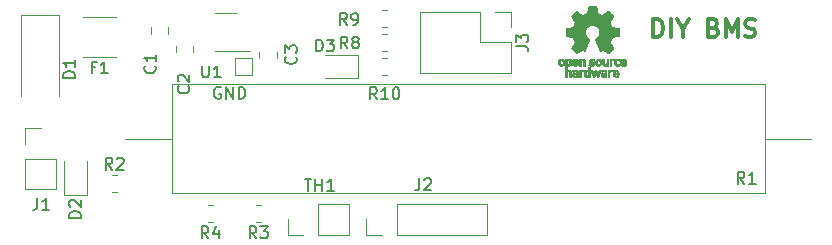
<source format=gbr>
%TF.GenerationSoftware,KiCad,Pcbnew,(6.0.7-1)-1*%
%TF.CreationDate,2024-09-17T13:20:57+05:30*%
%TF.ProjectId,DIY_BMS,4449595f-424d-4532-9e6b-696361645f70,rev?*%
%TF.SameCoordinates,Original*%
%TF.FileFunction,Legend,Top*%
%TF.FilePolarity,Positive*%
%FSLAX46Y46*%
G04 Gerber Fmt 4.6, Leading zero omitted, Abs format (unit mm)*
G04 Created by KiCad (PCBNEW (6.0.7-1)-1) date 2024-09-17 13:20:57*
%MOMM*%
%LPD*%
G01*
G04 APERTURE LIST*
%ADD10C,0.300000*%
%ADD11C,0.150000*%
%ADD12C,0.120000*%
%ADD13C,0.010000*%
G04 APERTURE END LIST*
D10*
X178964285Y-90978571D02*
X178964285Y-89478571D01*
X179321428Y-89478571D01*
X179535714Y-89550000D01*
X179678571Y-89692857D01*
X179750000Y-89835714D01*
X179821428Y-90121428D01*
X179821428Y-90335714D01*
X179750000Y-90621428D01*
X179678571Y-90764285D01*
X179535714Y-90907142D01*
X179321428Y-90978571D01*
X178964285Y-90978571D01*
X180464285Y-90978571D02*
X180464285Y-89478571D01*
X181464285Y-90264285D02*
X181464285Y-90978571D01*
X180964285Y-89478571D02*
X181464285Y-90264285D01*
X181964285Y-89478571D01*
X184107142Y-90192857D02*
X184321428Y-90264285D01*
X184392857Y-90335714D01*
X184464285Y-90478571D01*
X184464285Y-90692857D01*
X184392857Y-90835714D01*
X184321428Y-90907142D01*
X184178571Y-90978571D01*
X183607142Y-90978571D01*
X183607142Y-89478571D01*
X184107142Y-89478571D01*
X184250000Y-89550000D01*
X184321428Y-89621428D01*
X184392857Y-89764285D01*
X184392857Y-89907142D01*
X184321428Y-90050000D01*
X184250000Y-90121428D01*
X184107142Y-90192857D01*
X183607142Y-90192857D01*
X185107142Y-90978571D02*
X185107142Y-89478571D01*
X185607142Y-90550000D01*
X186107142Y-89478571D01*
X186107142Y-90978571D01*
X186750000Y-90907142D02*
X186964285Y-90978571D01*
X187321428Y-90978571D01*
X187464285Y-90907142D01*
X187535714Y-90835714D01*
X187607142Y-90692857D01*
X187607142Y-90550000D01*
X187535714Y-90407142D01*
X187464285Y-90335714D01*
X187321428Y-90264285D01*
X187035714Y-90192857D01*
X186892857Y-90121428D01*
X186821428Y-90050000D01*
X186750000Y-89907142D01*
X186750000Y-89764285D01*
X186821428Y-89621428D01*
X186892857Y-89550000D01*
X187035714Y-89478571D01*
X187392857Y-89478571D01*
X187607142Y-89550000D01*
D11*
%TO.C,D1*%
X130002380Y-94438095D02*
X129002380Y-94438095D01*
X129002380Y-94200000D01*
X129050000Y-94057142D01*
X129145238Y-93961904D01*
X129240476Y-93914285D01*
X129430952Y-93866666D01*
X129573809Y-93866666D01*
X129764285Y-93914285D01*
X129859523Y-93961904D01*
X129954761Y-94057142D01*
X130002380Y-94200000D01*
X130002380Y-94438095D01*
X130002380Y-92914285D02*
X130002380Y-93485714D01*
X130002380Y-93200000D02*
X129002380Y-93200000D01*
X129145238Y-93295238D01*
X129240476Y-93390476D01*
X129288095Y-93485714D01*
%TO.C,F1*%
X131746666Y-93540571D02*
X131413333Y-93540571D01*
X131413333Y-94064380D02*
X131413333Y-93064380D01*
X131889523Y-93064380D01*
X132794285Y-94064380D02*
X132222857Y-94064380D01*
X132508571Y-94064380D02*
X132508571Y-93064380D01*
X132413333Y-93207238D01*
X132318095Y-93302476D01*
X132222857Y-93350095D01*
%TO.C,R3*%
X145375333Y-108020380D02*
X145042000Y-107544190D01*
X144803904Y-108020380D02*
X144803904Y-107020380D01*
X145184857Y-107020380D01*
X145280095Y-107068000D01*
X145327714Y-107115619D01*
X145375333Y-107210857D01*
X145375333Y-107353714D01*
X145327714Y-107448952D01*
X145280095Y-107496571D01*
X145184857Y-107544190D01*
X144803904Y-107544190D01*
X145708666Y-107020380D02*
X146327714Y-107020380D01*
X145994380Y-107401333D01*
X146137238Y-107401333D01*
X146232476Y-107448952D01*
X146280095Y-107496571D01*
X146327714Y-107591809D01*
X146327714Y-107829904D01*
X146280095Y-107925142D01*
X146232476Y-107972761D01*
X146137238Y-108020380D01*
X145851523Y-108020380D01*
X145756285Y-107972761D01*
X145708666Y-107925142D01*
%TO.C,TH1*%
X149464285Y-103002380D02*
X150035714Y-103002380D01*
X149750000Y-104002380D02*
X149750000Y-103002380D01*
X150369047Y-104002380D02*
X150369047Y-103002380D01*
X150369047Y-103478571D02*
X150940476Y-103478571D01*
X150940476Y-104002380D02*
X150940476Y-103002380D01*
X151940476Y-104002380D02*
X151369047Y-104002380D01*
X151654761Y-104002380D02*
X151654761Y-103002380D01*
X151559523Y-103145238D01*
X151464285Y-103240476D01*
X151369047Y-103288095D01*
%TO.C,R9*%
X153033333Y-89952380D02*
X152700000Y-89476190D01*
X152461904Y-89952380D02*
X152461904Y-88952380D01*
X152842857Y-88952380D01*
X152938095Y-89000000D01*
X152985714Y-89047619D01*
X153033333Y-89142857D01*
X153033333Y-89285714D01*
X152985714Y-89380952D01*
X152938095Y-89428571D01*
X152842857Y-89476190D01*
X152461904Y-89476190D01*
X153509523Y-89952380D02*
X153700000Y-89952380D01*
X153795238Y-89904761D01*
X153842857Y-89857142D01*
X153938095Y-89714285D01*
X153985714Y-89523809D01*
X153985714Y-89142857D01*
X153938095Y-89047619D01*
X153890476Y-89000000D01*
X153795238Y-88952380D01*
X153604761Y-88952380D01*
X153509523Y-89000000D01*
X153461904Y-89047619D01*
X153414285Y-89142857D01*
X153414285Y-89380952D01*
X153461904Y-89476190D01*
X153509523Y-89523809D01*
X153604761Y-89571428D01*
X153795238Y-89571428D01*
X153890476Y-89523809D01*
X153938095Y-89476190D01*
X153985714Y-89380952D01*
%TO.C,J1*%
X126816666Y-104602380D02*
X126816666Y-105316666D01*
X126769047Y-105459523D01*
X126673809Y-105554761D01*
X126530952Y-105602380D01*
X126435714Y-105602380D01*
X127816666Y-105602380D02*
X127245238Y-105602380D01*
X127530952Y-105602380D02*
X127530952Y-104602380D01*
X127435714Y-104745238D01*
X127340476Y-104840476D01*
X127245238Y-104888095D01*
%TO.C,R8*%
X153083333Y-91952380D02*
X152750000Y-91476190D01*
X152511904Y-91952380D02*
X152511904Y-90952380D01*
X152892857Y-90952380D01*
X152988095Y-91000000D01*
X153035714Y-91047619D01*
X153083333Y-91142857D01*
X153083333Y-91285714D01*
X153035714Y-91380952D01*
X152988095Y-91428571D01*
X152892857Y-91476190D01*
X152511904Y-91476190D01*
X153654761Y-91380952D02*
X153559523Y-91333333D01*
X153511904Y-91285714D01*
X153464285Y-91190476D01*
X153464285Y-91142857D01*
X153511904Y-91047619D01*
X153559523Y-91000000D01*
X153654761Y-90952380D01*
X153845238Y-90952380D01*
X153940476Y-91000000D01*
X153988095Y-91047619D01*
X154035714Y-91142857D01*
X154035714Y-91190476D01*
X153988095Y-91285714D01*
X153940476Y-91333333D01*
X153845238Y-91380952D01*
X153654761Y-91380952D01*
X153559523Y-91428571D01*
X153511904Y-91476190D01*
X153464285Y-91571428D01*
X153464285Y-91761904D01*
X153511904Y-91857142D01*
X153559523Y-91904761D01*
X153654761Y-91952380D01*
X153845238Y-91952380D01*
X153940476Y-91904761D01*
X153988095Y-91857142D01*
X154035714Y-91761904D01*
X154035714Y-91571428D01*
X153988095Y-91476190D01*
X153940476Y-91428571D01*
X153845238Y-91380952D01*
%TO.C,J2*%
X159166666Y-102952380D02*
X159166666Y-103666666D01*
X159119047Y-103809523D01*
X159023809Y-103904761D01*
X158880952Y-103952380D01*
X158785714Y-103952380D01*
X159595238Y-103047619D02*
X159642857Y-103000000D01*
X159738095Y-102952380D01*
X159976190Y-102952380D01*
X160071428Y-103000000D01*
X160119047Y-103047619D01*
X160166666Y-103142857D01*
X160166666Y-103238095D01*
X160119047Y-103380952D01*
X159547619Y-103952380D01*
X160166666Y-103952380D01*
%TO.C,R2*%
X133183333Y-102202180D02*
X132850000Y-101725990D01*
X132611904Y-102202180D02*
X132611904Y-101202180D01*
X132992857Y-101202180D01*
X133088095Y-101249800D01*
X133135714Y-101297419D01*
X133183333Y-101392657D01*
X133183333Y-101535514D01*
X133135714Y-101630752D01*
X133088095Y-101678371D01*
X132992857Y-101725990D01*
X132611904Y-101725990D01*
X133564285Y-101297419D02*
X133611904Y-101249800D01*
X133707142Y-101202180D01*
X133945238Y-101202180D01*
X134040476Y-101249800D01*
X134088095Y-101297419D01*
X134135714Y-101392657D01*
X134135714Y-101487895D01*
X134088095Y-101630752D01*
X133516666Y-102202180D01*
X134135714Y-102202180D01*
%TO.C,D3*%
X150411904Y-92202380D02*
X150411904Y-91202380D01*
X150650000Y-91202380D01*
X150792857Y-91250000D01*
X150888095Y-91345238D01*
X150935714Y-91440476D01*
X150983333Y-91630952D01*
X150983333Y-91773809D01*
X150935714Y-91964285D01*
X150888095Y-92059523D01*
X150792857Y-92154761D01*
X150650000Y-92202380D01*
X150411904Y-92202380D01*
X151316666Y-91202380D02*
X151935714Y-91202380D01*
X151602380Y-91583333D01*
X151745238Y-91583333D01*
X151840476Y-91630952D01*
X151888095Y-91678571D01*
X151935714Y-91773809D01*
X151935714Y-92011904D01*
X151888095Y-92107142D01*
X151840476Y-92154761D01*
X151745238Y-92202380D01*
X151459523Y-92202380D01*
X151364285Y-92154761D01*
X151316666Y-92107142D01*
%TO.C,GND*%
X142338095Y-95250000D02*
X142242857Y-95202380D01*
X142100000Y-95202380D01*
X141957142Y-95250000D01*
X141861904Y-95345238D01*
X141814285Y-95440476D01*
X141766666Y-95630952D01*
X141766666Y-95773809D01*
X141814285Y-95964285D01*
X141861904Y-96059523D01*
X141957142Y-96154761D01*
X142100000Y-96202380D01*
X142195238Y-96202380D01*
X142338095Y-96154761D01*
X142385714Y-96107142D01*
X142385714Y-95773809D01*
X142195238Y-95773809D01*
X142814285Y-96202380D02*
X142814285Y-95202380D01*
X143385714Y-96202380D01*
X143385714Y-95202380D01*
X143861904Y-96202380D02*
X143861904Y-95202380D01*
X144100000Y-95202380D01*
X144242857Y-95250000D01*
X144338095Y-95345238D01*
X144385714Y-95440476D01*
X144433333Y-95630952D01*
X144433333Y-95773809D01*
X144385714Y-95964285D01*
X144338095Y-96059523D01*
X144242857Y-96154761D01*
X144100000Y-96202380D01*
X143861904Y-96202380D01*
%TO.C,R10*%
X155583142Y-96252380D02*
X155249809Y-95776190D01*
X155011714Y-96252380D02*
X155011714Y-95252380D01*
X155392666Y-95252380D01*
X155487904Y-95300000D01*
X155535523Y-95347619D01*
X155583142Y-95442857D01*
X155583142Y-95585714D01*
X155535523Y-95680952D01*
X155487904Y-95728571D01*
X155392666Y-95776190D01*
X155011714Y-95776190D01*
X156535523Y-96252380D02*
X155964095Y-96252380D01*
X156249809Y-96252380D02*
X156249809Y-95252380D01*
X156154571Y-95395238D01*
X156059333Y-95490476D01*
X155964095Y-95538095D01*
X157154571Y-95252380D02*
X157249809Y-95252380D01*
X157345047Y-95300000D01*
X157392666Y-95347619D01*
X157440285Y-95442857D01*
X157487904Y-95633333D01*
X157487904Y-95871428D01*
X157440285Y-96061904D01*
X157392666Y-96157142D01*
X157345047Y-96204761D01*
X157249809Y-96252380D01*
X157154571Y-96252380D01*
X157059333Y-96204761D01*
X157011714Y-96157142D01*
X156964095Y-96061904D01*
X156916476Y-95871428D01*
X156916476Y-95633333D01*
X156964095Y-95442857D01*
X157011714Y-95347619D01*
X157059333Y-95300000D01*
X157154571Y-95252380D01*
%TO.C,R4*%
X141311333Y-108020380D02*
X140978000Y-107544190D01*
X140739904Y-108020380D02*
X140739904Y-107020380D01*
X141120857Y-107020380D01*
X141216095Y-107068000D01*
X141263714Y-107115619D01*
X141311333Y-107210857D01*
X141311333Y-107353714D01*
X141263714Y-107448952D01*
X141216095Y-107496571D01*
X141120857Y-107544190D01*
X140739904Y-107544190D01*
X142168476Y-107353714D02*
X142168476Y-108020380D01*
X141930380Y-106972761D02*
X141692285Y-107687047D01*
X142311333Y-107687047D01*
%TO.C,J3*%
X167375380Y-91768333D02*
X168089666Y-91768333D01*
X168232523Y-91815952D01*
X168327761Y-91911190D01*
X168375380Y-92054047D01*
X168375380Y-92149285D01*
X167375380Y-91387380D02*
X167375380Y-90768333D01*
X167756333Y-91101666D01*
X167756333Y-90958809D01*
X167803952Y-90863571D01*
X167851571Y-90815952D01*
X167946809Y-90768333D01*
X168184904Y-90768333D01*
X168280142Y-90815952D01*
X168327761Y-90863571D01*
X168375380Y-90958809D01*
X168375380Y-91244523D01*
X168327761Y-91339761D01*
X168280142Y-91387380D01*
%TO.C,C3*%
X148693142Y-92636666D02*
X148740761Y-92684285D01*
X148788380Y-92827142D01*
X148788380Y-92922380D01*
X148740761Y-93065238D01*
X148645523Y-93160476D01*
X148550285Y-93208095D01*
X148359809Y-93255714D01*
X148216952Y-93255714D01*
X148026476Y-93208095D01*
X147931238Y-93160476D01*
X147836000Y-93065238D01*
X147788380Y-92922380D01*
X147788380Y-92827142D01*
X147836000Y-92684285D01*
X147883619Y-92636666D01*
X147788380Y-92303333D02*
X147788380Y-91684285D01*
X148169333Y-92017619D01*
X148169333Y-91874761D01*
X148216952Y-91779523D01*
X148264571Y-91731904D01*
X148359809Y-91684285D01*
X148597904Y-91684285D01*
X148693142Y-91731904D01*
X148740761Y-91779523D01*
X148788380Y-91874761D01*
X148788380Y-92160476D01*
X148740761Y-92255714D01*
X148693142Y-92303333D01*
%TO.C,D2*%
X130502380Y-106288095D02*
X129502380Y-106288095D01*
X129502380Y-106050000D01*
X129550000Y-105907142D01*
X129645238Y-105811904D01*
X129740476Y-105764285D01*
X129930952Y-105716666D01*
X130073809Y-105716666D01*
X130264285Y-105764285D01*
X130359523Y-105811904D01*
X130454761Y-105907142D01*
X130502380Y-106050000D01*
X130502380Y-106288095D01*
X129597619Y-105335714D02*
X129550000Y-105288095D01*
X129502380Y-105192857D01*
X129502380Y-104954761D01*
X129550000Y-104859523D01*
X129597619Y-104811904D01*
X129692857Y-104764285D01*
X129788095Y-104764285D01*
X129930952Y-104811904D01*
X130502380Y-105383333D01*
X130502380Y-104764285D01*
%TO.C,R1*%
X186683333Y-103402380D02*
X186350000Y-102926190D01*
X186111904Y-103402380D02*
X186111904Y-102402380D01*
X186492857Y-102402380D01*
X186588095Y-102450000D01*
X186635714Y-102497619D01*
X186683333Y-102592857D01*
X186683333Y-102735714D01*
X186635714Y-102830952D01*
X186588095Y-102878571D01*
X186492857Y-102926190D01*
X186111904Y-102926190D01*
X187635714Y-103402380D02*
X187064285Y-103402380D01*
X187350000Y-103402380D02*
X187350000Y-102402380D01*
X187254761Y-102545238D01*
X187159523Y-102640476D01*
X187064285Y-102688095D01*
%TO.C,C1*%
X136757142Y-93416666D02*
X136804761Y-93464285D01*
X136852380Y-93607142D01*
X136852380Y-93702380D01*
X136804761Y-93845238D01*
X136709523Y-93940476D01*
X136614285Y-93988095D01*
X136423809Y-94035714D01*
X136280952Y-94035714D01*
X136090476Y-93988095D01*
X135995238Y-93940476D01*
X135900000Y-93845238D01*
X135852380Y-93702380D01*
X135852380Y-93607142D01*
X135900000Y-93464285D01*
X135947619Y-93416666D01*
X136852380Y-92464285D02*
X136852380Y-93035714D01*
X136852380Y-92750000D02*
X135852380Y-92750000D01*
X135995238Y-92845238D01*
X136090476Y-92940476D01*
X136138095Y-93035714D01*
%TO.C,U1*%
X140788095Y-93402380D02*
X140788095Y-94211904D01*
X140835714Y-94307142D01*
X140883333Y-94354761D01*
X140978571Y-94402380D01*
X141169047Y-94402380D01*
X141264285Y-94354761D01*
X141311904Y-94307142D01*
X141359523Y-94211904D01*
X141359523Y-93402380D01*
X142359523Y-94402380D02*
X141788095Y-94402380D01*
X142073809Y-94402380D02*
X142073809Y-93402380D01*
X141978571Y-93545238D01*
X141883333Y-93640476D01*
X141788095Y-93688095D01*
%TO.C,C2*%
X139607142Y-95116666D02*
X139654761Y-95164285D01*
X139702380Y-95307142D01*
X139702380Y-95402380D01*
X139654761Y-95545238D01*
X139559523Y-95640476D01*
X139464285Y-95688095D01*
X139273809Y-95735714D01*
X139130952Y-95735714D01*
X138940476Y-95688095D01*
X138845238Y-95640476D01*
X138750000Y-95545238D01*
X138702380Y-95402380D01*
X138702380Y-95307142D01*
X138750000Y-95164285D01*
X138797619Y-95116666D01*
X138797619Y-94735714D02*
X138750000Y-94688095D01*
X138702380Y-94592857D01*
X138702380Y-94354761D01*
X138750000Y-94259523D01*
X138797619Y-94211904D01*
X138892857Y-94164285D01*
X138988095Y-94164285D01*
X139130952Y-94211904D01*
X139702380Y-94783333D01*
X139702380Y-94164285D01*
D12*
%TO.C,D1*%
X125401600Y-89112000D02*
X125401600Y-96012000D01*
X128701600Y-89112000D02*
X128701600Y-96012000D01*
X128701600Y-89112000D02*
X125401600Y-89112000D01*
%TO.C,F1*%
X133466252Y-89252000D02*
X130693748Y-89252000D01*
X133466252Y-92672000D02*
X130693748Y-92672000D01*
%TO.C,R3*%
X145769064Y-105183000D02*
X145314936Y-105183000D01*
X145769064Y-106653000D02*
X145314936Y-106653000D01*
%TO.C,TH1*%
X150617000Y-105096000D02*
X153217000Y-105096000D01*
X150617000Y-107756000D02*
X150617000Y-105096000D01*
X148017000Y-107756000D02*
X148017000Y-106426000D01*
X150617000Y-107756000D02*
X153217000Y-107756000D01*
X153217000Y-107756000D02*
X153217000Y-105096000D01*
X149347000Y-107756000D02*
X148017000Y-107756000D01*
%TO.C,R9*%
X155982936Y-90143000D02*
X156437064Y-90143000D01*
X155982936Y-88673000D02*
X156437064Y-88673000D01*
%TO.C,J1*%
X125771600Y-101269800D02*
X128431600Y-101269800D01*
X125771600Y-103869800D02*
X128431600Y-103869800D01*
X128431600Y-101269800D02*
X128431600Y-103869800D01*
X125771600Y-99999800D02*
X125771600Y-98669800D01*
X125771600Y-101269800D02*
X125771600Y-103869800D01*
X125771600Y-98669800D02*
X127101600Y-98669800D01*
%TO.C,R8*%
X155998936Y-90705000D02*
X156453064Y-90705000D01*
X155998936Y-92175000D02*
X156453064Y-92175000D01*
%TO.C,J2*%
X164916000Y-107756000D02*
X164916000Y-105096000D01*
X157236000Y-105096000D02*
X164916000Y-105096000D01*
X155966000Y-107756000D02*
X154636000Y-107756000D01*
X154636000Y-107756000D02*
X154636000Y-106426000D01*
X157236000Y-107756000D02*
X164916000Y-107756000D01*
X157236000Y-107756000D02*
X157236000Y-105096000D01*
%TO.C,R2*%
X133122936Y-102664800D02*
X133577064Y-102664800D01*
X133122936Y-104134800D02*
X133577064Y-104134800D01*
%TO.C,D3*%
X154006000Y-94432000D02*
X154006000Y-92512000D01*
X154006000Y-92512000D02*
X151146000Y-92512000D01*
X151146000Y-94432000D02*
X154006000Y-94432000D01*
%TO.C,GND*%
X144972000Y-92772000D02*
X144972000Y-94172000D01*
X144972000Y-94172000D02*
X143572000Y-94172000D01*
X143572000Y-92772000D02*
X144972000Y-92772000D01*
X143572000Y-94172000D02*
X143572000Y-92772000D01*
%TO.C,R10*%
X156453064Y-94207000D02*
X155998936Y-94207000D01*
X156453064Y-92737000D02*
X155998936Y-92737000D01*
%TO.C,REF\u002A\u002A*%
G36*
X175435255Y-93751486D02*
G01*
X175483595Y-93761015D01*
X175511114Y-93775125D01*
X175540064Y-93798568D01*
X175498876Y-93850571D01*
X175473482Y-93882064D01*
X175456238Y-93897428D01*
X175439102Y-93899776D01*
X175414027Y-93892217D01*
X175402257Y-93887941D01*
X175354270Y-93881631D01*
X175310324Y-93895156D01*
X175278060Y-93925710D01*
X175272819Y-93935452D01*
X175267112Y-93961258D01*
X175262706Y-94008817D01*
X175259811Y-94074758D01*
X175258631Y-94155710D01*
X175258614Y-94167226D01*
X175258614Y-94367822D01*
X175120297Y-94367822D01*
X175120297Y-93751683D01*
X175189456Y-93751683D01*
X175229333Y-93752725D01*
X175250107Y-93757358D01*
X175257789Y-93767849D01*
X175258614Y-93777745D01*
X175258614Y-93803806D01*
X175291745Y-93777745D01*
X175329735Y-93759965D01*
X175380770Y-93751174D01*
X175435255Y-93751486D01*
G37*
D13*
X175435255Y-93751486D02*
X175483595Y-93761015D01*
X175511114Y-93775125D01*
X175540064Y-93798568D01*
X175498876Y-93850571D01*
X175473482Y-93882064D01*
X175456238Y-93897428D01*
X175439102Y-93899776D01*
X175414027Y-93892217D01*
X175402257Y-93887941D01*
X175354270Y-93881631D01*
X175310324Y-93895156D01*
X175278060Y-93925710D01*
X175272819Y-93935452D01*
X175267112Y-93961258D01*
X175262706Y-94008817D01*
X175259811Y-94074758D01*
X175258631Y-94155710D01*
X175258614Y-94167226D01*
X175258614Y-94367822D01*
X175120297Y-94367822D01*
X175120297Y-93751683D01*
X175189456Y-93751683D01*
X175229333Y-93752725D01*
X175250107Y-93757358D01*
X175257789Y-93767849D01*
X175258614Y-93777745D01*
X175258614Y-93803806D01*
X175291745Y-93777745D01*
X175329735Y-93759965D01*
X175380770Y-93751174D01*
X175435255Y-93751486D01*
G36*
X172133962Y-92910025D02*
G01*
X172166193Y-92870639D01*
X172225783Y-92827931D01*
X172295832Y-92805109D01*
X172370339Y-92803046D01*
X172443301Y-92822614D01*
X172455832Y-92828514D01*
X172499201Y-92860283D01*
X172540210Y-92906646D01*
X172570832Y-92957696D01*
X172579541Y-92981166D01*
X172587488Y-93023091D01*
X172592226Y-93073757D01*
X172592801Y-93094679D01*
X172592871Y-93160693D01*
X172212917Y-93160693D01*
X172221017Y-93195273D01*
X172240896Y-93236170D01*
X172275653Y-93271514D01*
X172317002Y-93294282D01*
X172343351Y-93299010D01*
X172379084Y-93293273D01*
X172421718Y-93278882D01*
X172436201Y-93272262D01*
X172489760Y-93245513D01*
X172535467Y-93280376D01*
X172561842Y-93303955D01*
X172575876Y-93323417D01*
X172576586Y-93329129D01*
X172564049Y-93342973D01*
X172536572Y-93364012D01*
X172511634Y-93380425D01*
X172444336Y-93409930D01*
X172368890Y-93423284D01*
X172294112Y-93419812D01*
X172234505Y-93401663D01*
X172173059Y-93362784D01*
X172129392Y-93311595D01*
X172102074Y-93245367D01*
X172089678Y-93161371D01*
X172088579Y-93122936D01*
X172092978Y-93034861D01*
X172093518Y-93032299D01*
X172219418Y-93032299D01*
X172222885Y-93040558D01*
X172237137Y-93045113D01*
X172266530Y-93047065D01*
X172315425Y-93047517D01*
X172334252Y-93047525D01*
X172391533Y-93046843D01*
X172427859Y-93044364D01*
X172447396Y-93039443D01*
X172454310Y-93031434D01*
X172454555Y-93028862D01*
X172446664Y-93008423D01*
X172426915Y-92979789D01*
X172418425Y-92969763D01*
X172386906Y-92941408D01*
X172354051Y-92930259D01*
X172336349Y-92929327D01*
X172288461Y-92940981D01*
X172248301Y-92972285D01*
X172222827Y-93017752D01*
X172222375Y-93019233D01*
X172219418Y-93032299D01*
X172093518Y-93032299D01*
X172107608Y-92965510D01*
X172133962Y-92910025D01*
G37*
X172133962Y-92910025D02*
X172166193Y-92870639D01*
X172225783Y-92827931D01*
X172295832Y-92805109D01*
X172370339Y-92803046D01*
X172443301Y-92822614D01*
X172455832Y-92828514D01*
X172499201Y-92860283D01*
X172540210Y-92906646D01*
X172570832Y-92957696D01*
X172579541Y-92981166D01*
X172587488Y-93023091D01*
X172592226Y-93073757D01*
X172592801Y-93094679D01*
X172592871Y-93160693D01*
X172212917Y-93160693D01*
X172221017Y-93195273D01*
X172240896Y-93236170D01*
X172275653Y-93271514D01*
X172317002Y-93294282D01*
X172343351Y-93299010D01*
X172379084Y-93293273D01*
X172421718Y-93278882D01*
X172436201Y-93272262D01*
X172489760Y-93245513D01*
X172535467Y-93280376D01*
X172561842Y-93303955D01*
X172575876Y-93323417D01*
X172576586Y-93329129D01*
X172564049Y-93342973D01*
X172536572Y-93364012D01*
X172511634Y-93380425D01*
X172444336Y-93409930D01*
X172368890Y-93423284D01*
X172294112Y-93419812D01*
X172234505Y-93401663D01*
X172173059Y-93362784D01*
X172129392Y-93311595D01*
X172102074Y-93245367D01*
X172089678Y-93161371D01*
X172088579Y-93122936D01*
X172092978Y-93034861D01*
X172093518Y-93032299D01*
X172219418Y-93032299D01*
X172222885Y-93040558D01*
X172237137Y-93045113D01*
X172266530Y-93047065D01*
X172315425Y-93047517D01*
X172334252Y-93047525D01*
X172391533Y-93046843D01*
X172427859Y-93044364D01*
X172447396Y-93039443D01*
X172454310Y-93031434D01*
X172454555Y-93028862D01*
X172446664Y-93008423D01*
X172426915Y-92979789D01*
X172418425Y-92969763D01*
X172386906Y-92941408D01*
X172354051Y-92930259D01*
X172336349Y-92929327D01*
X172288461Y-92940981D01*
X172248301Y-92972285D01*
X172222827Y-93017752D01*
X172222375Y-93019233D01*
X172219418Y-93032299D01*
X172093518Y-93032299D01*
X172107608Y-92965510D01*
X172133962Y-92910025D01*
G36*
X175599460Y-92808030D02*
G01*
X175642711Y-92821245D01*
X175670558Y-92837941D01*
X175679629Y-92851145D01*
X175677132Y-92866797D01*
X175660931Y-92891385D01*
X175647232Y-92908800D01*
X175618992Y-92940283D01*
X175597775Y-92953529D01*
X175579688Y-92952664D01*
X175526035Y-92939010D01*
X175486630Y-92939630D01*
X175454632Y-92955104D01*
X175443890Y-92964161D01*
X175409505Y-92996027D01*
X175409505Y-93412179D01*
X175271188Y-93412179D01*
X175271188Y-92808614D01*
X175340347Y-92808614D01*
X175381869Y-92810256D01*
X175403291Y-92816087D01*
X175409502Y-92827461D01*
X175409505Y-92827798D01*
X175412439Y-92839713D01*
X175425704Y-92838159D01*
X175444084Y-92829563D01*
X175482046Y-92813568D01*
X175512872Y-92803945D01*
X175552536Y-92801478D01*
X175599460Y-92808030D01*
G37*
X175599460Y-92808030D02*
X175642711Y-92821245D01*
X175670558Y-92837941D01*
X175679629Y-92851145D01*
X175677132Y-92866797D01*
X175660931Y-92891385D01*
X175647232Y-92908800D01*
X175618992Y-92940283D01*
X175597775Y-92953529D01*
X175579688Y-92952664D01*
X175526035Y-92939010D01*
X175486630Y-92939630D01*
X175454632Y-92955104D01*
X175443890Y-92964161D01*
X175409505Y-92996027D01*
X175409505Y-93412179D01*
X175271188Y-93412179D01*
X175271188Y-92808614D01*
X175340347Y-92808614D01*
X175381869Y-92810256D01*
X175403291Y-92816087D01*
X175409502Y-92827461D01*
X175409505Y-92827798D01*
X175412439Y-92839713D01*
X175425704Y-92838159D01*
X175444084Y-92829563D01*
X175482046Y-92813568D01*
X175512872Y-92803945D01*
X175552536Y-92801478D01*
X175599460Y-92808030D01*
G36*
X172806644Y-93753020D02*
G01*
X172825461Y-93758660D01*
X172831527Y-93771053D01*
X172831782Y-93776647D01*
X172832871Y-93792230D01*
X172840368Y-93794676D01*
X172860619Y-93783993D01*
X172872649Y-93776694D01*
X172910600Y-93761063D01*
X172955928Y-93753334D01*
X173003456Y-93752740D01*
X173048005Y-93758513D01*
X173084398Y-93769884D01*
X173107457Y-93786088D01*
X173112004Y-93806355D01*
X173109709Y-93811843D01*
X173092980Y-93834626D01*
X173067037Y-93862647D01*
X173062345Y-93867177D01*
X173037617Y-93888005D01*
X173016282Y-93894735D01*
X172986445Y-93890038D01*
X172974492Y-93886917D01*
X172937295Y-93879421D01*
X172911141Y-93882792D01*
X172889054Y-93894681D01*
X172868822Y-93910635D01*
X172853921Y-93930700D01*
X172843566Y-93958702D01*
X172836971Y-93998467D01*
X172833351Y-94053823D01*
X172831922Y-94128594D01*
X172831782Y-94173740D01*
X172831782Y-94367822D01*
X172706040Y-94367822D01*
X172706040Y-93751683D01*
X172768911Y-93751683D01*
X172806644Y-93753020D01*
G37*
X172806644Y-93753020D02*
X172825461Y-93758660D01*
X172831527Y-93771053D01*
X172831782Y-93776647D01*
X172832871Y-93792230D01*
X172840368Y-93794676D01*
X172860619Y-93783993D01*
X172872649Y-93776694D01*
X172910600Y-93761063D01*
X172955928Y-93753334D01*
X173003456Y-93752740D01*
X173048005Y-93758513D01*
X173084398Y-93769884D01*
X173107457Y-93786088D01*
X173112004Y-93806355D01*
X173109709Y-93811843D01*
X173092980Y-93834626D01*
X173067037Y-93862647D01*
X173062345Y-93867177D01*
X173037617Y-93888005D01*
X173016282Y-93894735D01*
X172986445Y-93890038D01*
X172974492Y-93886917D01*
X172937295Y-93879421D01*
X172911141Y-93882792D01*
X172889054Y-93894681D01*
X172868822Y-93910635D01*
X172853921Y-93930700D01*
X172843566Y-93958702D01*
X172836971Y-93998467D01*
X172833351Y-94053823D01*
X172831922Y-94128594D01*
X172831782Y-94173740D01*
X172831782Y-94367822D01*
X172706040Y-94367822D01*
X172706040Y-93751683D01*
X172768911Y-93751683D01*
X172806644Y-93753020D01*
G36*
X171593218Y-92808614D02*
G01*
X171634740Y-92810256D01*
X171656162Y-92816087D01*
X171662374Y-92827461D01*
X171662376Y-92827798D01*
X171665258Y-92838938D01*
X171677970Y-92837673D01*
X171703243Y-92825433D01*
X171762131Y-92806707D01*
X171828385Y-92804739D01*
X171891241Y-92819184D01*
X171917753Y-92832282D01*
X171950447Y-92855106D01*
X171974275Y-92879996D01*
X171990594Y-92911249D01*
X172000760Y-92953166D01*
X172006128Y-93010044D01*
X172008056Y-93086184D01*
X172008169Y-93118917D01*
X172007839Y-93190656D01*
X172006473Y-93241927D01*
X172003500Y-93277404D01*
X171998351Y-93301763D01*
X171990457Y-93319680D01*
X171982243Y-93331902D01*
X171929813Y-93383905D01*
X171868070Y-93415184D01*
X171801464Y-93424592D01*
X171734442Y-93410980D01*
X171713208Y-93401354D01*
X171662376Y-93374859D01*
X171662376Y-93790052D01*
X171699475Y-93770868D01*
X171748357Y-93756025D01*
X171808439Y-93752222D01*
X171868436Y-93759243D01*
X171913744Y-93775013D01*
X171951325Y-93805047D01*
X171983436Y-93848024D01*
X171985850Y-93852436D01*
X171996033Y-93873221D01*
X172003470Y-93894170D01*
X172008589Y-93919548D01*
X172011819Y-93953618D01*
X172013587Y-94000641D01*
X172014323Y-94064882D01*
X172014456Y-94137176D01*
X172014456Y-94367822D01*
X171876139Y-94367822D01*
X171876139Y-93942533D01*
X171837451Y-93909979D01*
X171797262Y-93883940D01*
X171759203Y-93879205D01*
X171720934Y-93891389D01*
X171700538Y-93903320D01*
X171685358Y-93920313D01*
X171674562Y-93945995D01*
X171667317Y-93983991D01*
X171662792Y-94037926D01*
X171660156Y-94111425D01*
X171659228Y-94160347D01*
X171656089Y-94361535D01*
X171590074Y-94365336D01*
X171524060Y-94369136D01*
X171524060Y-93120650D01*
X171662376Y-93120650D01*
X171665903Y-93190254D01*
X171677785Y-93238569D01*
X171699980Y-93268631D01*
X171734441Y-93283471D01*
X171769258Y-93286436D01*
X171808671Y-93283028D01*
X171834829Y-93269617D01*
X171851186Y-93251896D01*
X171864063Y-93232835D01*
X171871728Y-93211601D01*
X171875139Y-93181849D01*
X171875251Y-93137236D01*
X171874103Y-93099880D01*
X171871468Y-93043604D01*
X171867544Y-93006658D01*
X171860937Y-92983223D01*
X171850251Y-92967480D01*
X171840167Y-92958380D01*
X171798030Y-92938537D01*
X171748160Y-92935332D01*
X171719524Y-92942168D01*
X171691172Y-92966464D01*
X171672391Y-93013728D01*
X171663288Y-93083624D01*
X171662376Y-93120650D01*
X171524060Y-93120650D01*
X171524060Y-92808614D01*
X171593218Y-92808614D01*
G37*
X171593218Y-92808614D02*
X171634740Y-92810256D01*
X171656162Y-92816087D01*
X171662374Y-92827461D01*
X171662376Y-92827798D01*
X171665258Y-92838938D01*
X171677970Y-92837673D01*
X171703243Y-92825433D01*
X171762131Y-92806707D01*
X171828385Y-92804739D01*
X171891241Y-92819184D01*
X171917753Y-92832282D01*
X171950447Y-92855106D01*
X171974275Y-92879996D01*
X171990594Y-92911249D01*
X172000760Y-92953166D01*
X172006128Y-93010044D01*
X172008056Y-93086184D01*
X172008169Y-93118917D01*
X172007839Y-93190656D01*
X172006473Y-93241927D01*
X172003500Y-93277404D01*
X171998351Y-93301763D01*
X171990457Y-93319680D01*
X171982243Y-93331902D01*
X171929813Y-93383905D01*
X171868070Y-93415184D01*
X171801464Y-93424592D01*
X171734442Y-93410980D01*
X171713208Y-93401354D01*
X171662376Y-93374859D01*
X171662376Y-93790052D01*
X171699475Y-93770868D01*
X171748357Y-93756025D01*
X171808439Y-93752222D01*
X171868436Y-93759243D01*
X171913744Y-93775013D01*
X171951325Y-93805047D01*
X171983436Y-93848024D01*
X171985850Y-93852436D01*
X171996033Y-93873221D01*
X172003470Y-93894170D01*
X172008589Y-93919548D01*
X172011819Y-93953618D01*
X172013587Y-94000641D01*
X172014323Y-94064882D01*
X172014456Y-94137176D01*
X172014456Y-94367822D01*
X171876139Y-94367822D01*
X171876139Y-93942533D01*
X171837451Y-93909979D01*
X171797262Y-93883940D01*
X171759203Y-93879205D01*
X171720934Y-93891389D01*
X171700538Y-93903320D01*
X171685358Y-93920313D01*
X171674562Y-93945995D01*
X171667317Y-93983991D01*
X171662792Y-94037926D01*
X171660156Y-94111425D01*
X171659228Y-94160347D01*
X171656089Y-94361535D01*
X171590074Y-94365336D01*
X171524060Y-94369136D01*
X171524060Y-93120650D01*
X171662376Y-93120650D01*
X171665903Y-93190254D01*
X171677785Y-93238569D01*
X171699980Y-93268631D01*
X171734441Y-93283471D01*
X171769258Y-93286436D01*
X171808671Y-93283028D01*
X171834829Y-93269617D01*
X171851186Y-93251896D01*
X171864063Y-93232835D01*
X171871728Y-93211601D01*
X171875139Y-93181849D01*
X171875251Y-93137236D01*
X171874103Y-93099880D01*
X171871468Y-93043604D01*
X171867544Y-93006658D01*
X171860937Y-92983223D01*
X171850251Y-92967480D01*
X171840167Y-92958380D01*
X171798030Y-92938537D01*
X171748160Y-92935332D01*
X171719524Y-92942168D01*
X171691172Y-92966464D01*
X171672391Y-93013728D01*
X171663288Y-93083624D01*
X171662376Y-93120650D01*
X171524060Y-93120650D01*
X171524060Y-92808614D01*
X171593218Y-92808614D01*
G36*
X173045988Y-92819002D02*
G01*
X173077283Y-92833950D01*
X173107591Y-92855541D01*
X173130682Y-92880391D01*
X173147500Y-92912087D01*
X173158994Y-92954214D01*
X173166109Y-93010358D01*
X173169793Y-93084106D01*
X173170992Y-93179044D01*
X173171011Y-93188985D01*
X173171287Y-93412179D01*
X173032970Y-93412179D01*
X173032970Y-93206418D01*
X173032872Y-93130189D01*
X173032191Y-93074939D01*
X173030349Y-93036501D01*
X173026767Y-93010706D01*
X173020868Y-92993384D01*
X173012073Y-92980368D01*
X172999820Y-92967507D01*
X172956953Y-92939873D01*
X172910157Y-92934745D01*
X172865576Y-92952217D01*
X172850072Y-92965221D01*
X172838690Y-92977447D01*
X172830519Y-92990540D01*
X172825026Y-93008615D01*
X172821680Y-93035787D01*
X172819949Y-93076170D01*
X172819303Y-93133879D01*
X172819208Y-93204132D01*
X172819208Y-93412179D01*
X172680891Y-93412179D01*
X172680891Y-92808614D01*
X172750050Y-92808614D01*
X172791572Y-92810256D01*
X172812994Y-92816087D01*
X172819205Y-92827461D01*
X172819208Y-92827798D01*
X172822090Y-92838938D01*
X172834801Y-92837674D01*
X172860074Y-92825434D01*
X172917395Y-92807424D01*
X172982963Y-92805421D01*
X173045988Y-92819002D01*
G37*
X173045988Y-92819002D02*
X173077283Y-92833950D01*
X173107591Y-92855541D01*
X173130682Y-92880391D01*
X173147500Y-92912087D01*
X173158994Y-92954214D01*
X173166109Y-93010358D01*
X173169793Y-93084106D01*
X173170992Y-93179044D01*
X173171011Y-93188985D01*
X173171287Y-93412179D01*
X173032970Y-93412179D01*
X173032970Y-93206418D01*
X173032872Y-93130189D01*
X173032191Y-93074939D01*
X173030349Y-93036501D01*
X173026767Y-93010706D01*
X173020868Y-92993384D01*
X173012073Y-92980368D01*
X172999820Y-92967507D01*
X172956953Y-92939873D01*
X172910157Y-92934745D01*
X172865576Y-92952217D01*
X172850072Y-92965221D01*
X172838690Y-92977447D01*
X172830519Y-92990540D01*
X172825026Y-93008615D01*
X172821680Y-93035787D01*
X172819949Y-93076170D01*
X172819303Y-93133879D01*
X172819208Y-93204132D01*
X172819208Y-93412179D01*
X172680891Y-93412179D01*
X172680891Y-92808614D01*
X172750050Y-92808614D01*
X172791572Y-92810256D01*
X172812994Y-92816087D01*
X172819205Y-92827461D01*
X172819208Y-92827798D01*
X172822090Y-92838938D01*
X172834801Y-92837674D01*
X172860074Y-92825434D01*
X172917395Y-92807424D01*
X172982963Y-92805421D01*
X173045988Y-92819002D01*
G36*
X173814017Y-92806452D02*
G01*
X173861634Y-92815482D01*
X173911034Y-92834370D01*
X173916312Y-92836777D01*
X173953774Y-92856476D01*
X173979717Y-92874781D01*
X173988103Y-92886508D01*
X173980117Y-92905632D01*
X173960720Y-92933850D01*
X173952110Y-92944384D01*
X173916628Y-92985847D01*
X173870885Y-92958858D01*
X173827350Y-92940878D01*
X173777050Y-92931267D01*
X173728812Y-92930660D01*
X173691467Y-92939691D01*
X173682505Y-92945327D01*
X173665437Y-92971171D01*
X173663363Y-93000941D01*
X173676134Y-93024197D01*
X173683688Y-93028708D01*
X173706325Y-93034309D01*
X173746115Y-93040892D01*
X173795166Y-93047183D01*
X173804215Y-93048170D01*
X173882996Y-93061798D01*
X173940136Y-93084946D01*
X173978030Y-93119752D01*
X173999079Y-93168354D01*
X174005635Y-93227718D01*
X173996577Y-93295198D01*
X173967164Y-93348188D01*
X173917278Y-93386783D01*
X173846800Y-93411081D01*
X173768565Y-93420667D01*
X173704766Y-93420552D01*
X173653016Y-93411845D01*
X173617673Y-93399825D01*
X173573017Y-93378880D01*
X173531747Y-93354574D01*
X173517079Y-93343876D01*
X173479357Y-93313084D01*
X173524852Y-93267049D01*
X173570347Y-93221013D01*
X173622072Y-93255243D01*
X173673952Y-93280952D01*
X173729351Y-93294399D01*
X173782605Y-93295818D01*
X173828049Y-93285443D01*
X173860016Y-93263507D01*
X173870338Y-93244998D01*
X173868789Y-93215314D01*
X173843140Y-93192615D01*
X173793460Y-93176940D01*
X173739031Y-93169695D01*
X173655264Y-93155873D01*
X173593033Y-93129796D01*
X173551507Y-93090699D01*
X173529853Y-93037820D01*
X173526853Y-92975126D01*
X173541671Y-92909642D01*
X173575454Y-92860144D01*
X173628505Y-92826408D01*
X173701126Y-92808207D01*
X173754928Y-92804639D01*
X173814017Y-92806452D01*
G37*
X173814017Y-92806452D02*
X173861634Y-92815482D01*
X173911034Y-92834370D01*
X173916312Y-92836777D01*
X173953774Y-92856476D01*
X173979717Y-92874781D01*
X173988103Y-92886508D01*
X173980117Y-92905632D01*
X173960720Y-92933850D01*
X173952110Y-92944384D01*
X173916628Y-92985847D01*
X173870885Y-92958858D01*
X173827350Y-92940878D01*
X173777050Y-92931267D01*
X173728812Y-92930660D01*
X173691467Y-92939691D01*
X173682505Y-92945327D01*
X173665437Y-92971171D01*
X173663363Y-93000941D01*
X173676134Y-93024197D01*
X173683688Y-93028708D01*
X173706325Y-93034309D01*
X173746115Y-93040892D01*
X173795166Y-93047183D01*
X173804215Y-93048170D01*
X173882996Y-93061798D01*
X173940136Y-93084946D01*
X173978030Y-93119752D01*
X173999079Y-93168354D01*
X174005635Y-93227718D01*
X173996577Y-93295198D01*
X173967164Y-93348188D01*
X173917278Y-93386783D01*
X173846800Y-93411081D01*
X173768565Y-93420667D01*
X173704766Y-93420552D01*
X173653016Y-93411845D01*
X173617673Y-93399825D01*
X173573017Y-93378880D01*
X173531747Y-93354574D01*
X173517079Y-93343876D01*
X173479357Y-93313084D01*
X173524852Y-93267049D01*
X173570347Y-93221013D01*
X173622072Y-93255243D01*
X173673952Y-93280952D01*
X173729351Y-93294399D01*
X173782605Y-93295818D01*
X173828049Y-93285443D01*
X173860016Y-93263507D01*
X173870338Y-93244998D01*
X173868789Y-93215314D01*
X173843140Y-93192615D01*
X173793460Y-93176940D01*
X173739031Y-93169695D01*
X173655264Y-93155873D01*
X173593033Y-93129796D01*
X173551507Y-93090699D01*
X173529853Y-93037820D01*
X173526853Y-92975126D01*
X173541671Y-92909642D01*
X173575454Y-92860144D01*
X173628505Y-92826408D01*
X173701126Y-92808207D01*
X173754928Y-92804639D01*
X173814017Y-92806452D01*
G36*
X174536663Y-94085244D02*
G01*
X174567624Y-94046580D01*
X174586376Y-94029864D01*
X174604733Y-94018878D01*
X174628619Y-94012180D01*
X174663957Y-94008326D01*
X174716669Y-94005873D01*
X174737577Y-94005168D01*
X174868812Y-94000879D01*
X174868620Y-93961158D01*
X174863537Y-93919405D01*
X174845162Y-93894158D01*
X174808039Y-93878030D01*
X174807043Y-93877742D01*
X174754410Y-93871400D01*
X174702906Y-93879684D01*
X174664630Y-93899827D01*
X174649272Y-93909773D01*
X174632730Y-93908397D01*
X174607275Y-93893987D01*
X174592328Y-93883817D01*
X174563091Y-93862088D01*
X174544980Y-93845800D01*
X174542074Y-93841137D01*
X174554040Y-93817005D01*
X174589396Y-93788185D01*
X174604753Y-93778461D01*
X174648901Y-93761714D01*
X174708398Y-93752227D01*
X174774487Y-93750095D01*
X174838411Y-93755417D01*
X174891411Y-93768290D01*
X174906731Y-93775110D01*
X174936428Y-93792974D01*
X174959220Y-93813093D01*
X174976083Y-93838962D01*
X174987998Y-93874073D01*
X174995942Y-93921920D01*
X175000894Y-93985996D01*
X175003831Y-94069794D01*
X175004947Y-94125768D01*
X175009052Y-94367822D01*
X174938932Y-94367822D01*
X174896393Y-94366038D01*
X174874476Y-94359942D01*
X174868812Y-94349706D01*
X174865821Y-94338637D01*
X174852451Y-94340754D01*
X174834233Y-94349629D01*
X174788624Y-94363233D01*
X174730007Y-94366899D01*
X174668354Y-94360903D01*
X174613638Y-94345521D01*
X174608730Y-94343386D01*
X174558723Y-94308255D01*
X174525756Y-94259419D01*
X174510587Y-94202333D01*
X174511746Y-94181824D01*
X174635508Y-94181824D01*
X174646413Y-94209425D01*
X174678745Y-94229204D01*
X174730910Y-94239819D01*
X174758787Y-94241228D01*
X174805247Y-94237620D01*
X174836129Y-94223597D01*
X174843664Y-94216931D01*
X174864076Y-94180666D01*
X174868812Y-94147773D01*
X174868812Y-94103763D01*
X174807513Y-94103763D01*
X174736256Y-94107395D01*
X174686276Y-94118818D01*
X174654696Y-94138824D01*
X174647626Y-94147743D01*
X174635508Y-94181824D01*
X174511746Y-94181824D01*
X174513971Y-94142456D01*
X174536663Y-94085244D01*
G37*
X174536663Y-94085244D02*
X174567624Y-94046580D01*
X174586376Y-94029864D01*
X174604733Y-94018878D01*
X174628619Y-94012180D01*
X174663957Y-94008326D01*
X174716669Y-94005873D01*
X174737577Y-94005168D01*
X174868812Y-94000879D01*
X174868620Y-93961158D01*
X174863537Y-93919405D01*
X174845162Y-93894158D01*
X174808039Y-93878030D01*
X174807043Y-93877742D01*
X174754410Y-93871400D01*
X174702906Y-93879684D01*
X174664630Y-93899827D01*
X174649272Y-93909773D01*
X174632730Y-93908397D01*
X174607275Y-93893987D01*
X174592328Y-93883817D01*
X174563091Y-93862088D01*
X174544980Y-93845800D01*
X174542074Y-93841137D01*
X174554040Y-93817005D01*
X174589396Y-93788185D01*
X174604753Y-93778461D01*
X174648901Y-93761714D01*
X174708398Y-93752227D01*
X174774487Y-93750095D01*
X174838411Y-93755417D01*
X174891411Y-93768290D01*
X174906731Y-93775110D01*
X174936428Y-93792974D01*
X174959220Y-93813093D01*
X174976083Y-93838962D01*
X174987998Y-93874073D01*
X174995942Y-93921920D01*
X175000894Y-93985996D01*
X175003831Y-94069794D01*
X175004947Y-94125768D01*
X175009052Y-94367822D01*
X174938932Y-94367822D01*
X174896393Y-94366038D01*
X174874476Y-94359942D01*
X174868812Y-94349706D01*
X174865821Y-94338637D01*
X174852451Y-94340754D01*
X174834233Y-94349629D01*
X174788624Y-94363233D01*
X174730007Y-94366899D01*
X174668354Y-94360903D01*
X174613638Y-94345521D01*
X174608730Y-94343386D01*
X174558723Y-94308255D01*
X174525756Y-94259419D01*
X174510587Y-94202333D01*
X174511746Y-94181824D01*
X174635508Y-94181824D01*
X174646413Y-94209425D01*
X174678745Y-94229204D01*
X174730910Y-94239819D01*
X174758787Y-94241228D01*
X174805247Y-94237620D01*
X174836129Y-94223597D01*
X174843664Y-94216931D01*
X174864076Y-94180666D01*
X174868812Y-94147773D01*
X174868812Y-94103763D01*
X174807513Y-94103763D01*
X174736256Y-94107395D01*
X174686276Y-94118818D01*
X174654696Y-94138824D01*
X174647626Y-94147743D01*
X174635508Y-94181824D01*
X174511746Y-94181824D01*
X174513971Y-94142456D01*
X174536663Y-94085244D01*
G36*
X176017226Y-92813880D02*
G01*
X176090080Y-92844830D01*
X176113027Y-92859895D01*
X176142354Y-92883048D01*
X176160764Y-92901253D01*
X176163961Y-92907183D01*
X176154935Y-92920340D01*
X176131837Y-92942667D01*
X176113344Y-92958250D01*
X176062728Y-92998926D01*
X176022760Y-92965295D01*
X175991874Y-92943584D01*
X175961759Y-92936090D01*
X175927292Y-92937920D01*
X175872561Y-92951528D01*
X175834886Y-92979772D01*
X175811991Y-93025433D01*
X175801597Y-93091289D01*
X175801595Y-93091331D01*
X175802494Y-93164939D01*
X175816463Y-93218946D01*
X175844328Y-93255716D01*
X175863325Y-93268168D01*
X175913776Y-93283673D01*
X175967663Y-93283683D01*
X176014546Y-93268638D01*
X176025644Y-93261287D01*
X176053476Y-93242511D01*
X176075236Y-93239434D01*
X176098704Y-93253409D01*
X176124649Y-93278510D01*
X176165716Y-93320880D01*
X176120121Y-93358464D01*
X176049674Y-93400882D01*
X175970233Y-93421785D01*
X175887215Y-93420272D01*
X175832694Y-93406411D01*
X175768970Y-93372135D01*
X175718005Y-93318212D01*
X175694851Y-93280149D01*
X175676099Y-93225536D01*
X175666715Y-93156369D01*
X175666643Y-93081407D01*
X175675824Y-93009409D01*
X175694199Y-92949137D01*
X175697093Y-92942958D01*
X175739952Y-92882351D01*
X175797979Y-92838224D01*
X175866591Y-92811493D01*
X175941201Y-92803073D01*
X176017226Y-92813880D01*
G37*
X176017226Y-92813880D02*
X176090080Y-92844830D01*
X176113027Y-92859895D01*
X176142354Y-92883048D01*
X176160764Y-92901253D01*
X176163961Y-92907183D01*
X176154935Y-92920340D01*
X176131837Y-92942667D01*
X176113344Y-92958250D01*
X176062728Y-92998926D01*
X176022760Y-92965295D01*
X175991874Y-92943584D01*
X175961759Y-92936090D01*
X175927292Y-92937920D01*
X175872561Y-92951528D01*
X175834886Y-92979772D01*
X175811991Y-93025433D01*
X175801597Y-93091289D01*
X175801595Y-93091331D01*
X175802494Y-93164939D01*
X175816463Y-93218946D01*
X175844328Y-93255716D01*
X175863325Y-93268168D01*
X175913776Y-93283673D01*
X175967663Y-93283683D01*
X176014546Y-93268638D01*
X176025644Y-93261287D01*
X176053476Y-93242511D01*
X176075236Y-93239434D01*
X176098704Y-93253409D01*
X176124649Y-93278510D01*
X176165716Y-93320880D01*
X176120121Y-93358464D01*
X176049674Y-93400882D01*
X175970233Y-93421785D01*
X175887215Y-93420272D01*
X175832694Y-93406411D01*
X175768970Y-93372135D01*
X175718005Y-93318212D01*
X175694851Y-93280149D01*
X175676099Y-93225536D01*
X175666715Y-93156369D01*
X175666643Y-93081407D01*
X175675824Y-93009409D01*
X175694199Y-92949137D01*
X175697093Y-92942958D01*
X175739952Y-92882351D01*
X175797979Y-92838224D01*
X175866591Y-92811493D01*
X175941201Y-92803073D01*
X176017226Y-92813880D01*
G36*
X174793367Y-93004342D02*
G01*
X174794555Y-93096563D01*
X174798897Y-93166610D01*
X174807558Y-93217381D01*
X174821704Y-93251772D01*
X174842500Y-93272679D01*
X174871110Y-93283000D01*
X174906535Y-93285636D01*
X174943636Y-93282682D01*
X174971818Y-93271889D01*
X174992243Y-93250360D01*
X175006079Y-93215199D01*
X175014491Y-93163510D01*
X175018643Y-93092394D01*
X175019703Y-93004342D01*
X175019703Y-92808614D01*
X175158020Y-92808614D01*
X175158020Y-93412179D01*
X175088862Y-93412179D01*
X175047170Y-93410489D01*
X175025701Y-93404556D01*
X175019703Y-93393293D01*
X175016091Y-93383261D01*
X175001714Y-93385383D01*
X174972736Y-93399580D01*
X174906319Y-93421480D01*
X174835875Y-93419928D01*
X174768377Y-93396147D01*
X174736233Y-93377362D01*
X174711715Y-93357022D01*
X174693804Y-93331573D01*
X174681479Y-93297458D01*
X174673723Y-93251121D01*
X174669516Y-93189007D01*
X174667840Y-93107561D01*
X174667624Y-93044578D01*
X174667624Y-92808614D01*
X174793367Y-92808614D01*
X174793367Y-93004342D01*
G37*
X174793367Y-93004342D02*
X174794555Y-93096563D01*
X174798897Y-93166610D01*
X174807558Y-93217381D01*
X174821704Y-93251772D01*
X174842500Y-93272679D01*
X174871110Y-93283000D01*
X174906535Y-93285636D01*
X174943636Y-93282682D01*
X174971818Y-93271889D01*
X174992243Y-93250360D01*
X175006079Y-93215199D01*
X175014491Y-93163510D01*
X175018643Y-93092394D01*
X175019703Y-93004342D01*
X175019703Y-92808614D01*
X175158020Y-92808614D01*
X175158020Y-93412179D01*
X175088862Y-93412179D01*
X175047170Y-93410489D01*
X175025701Y-93404556D01*
X175019703Y-93393293D01*
X175016091Y-93383261D01*
X175001714Y-93385383D01*
X174972736Y-93399580D01*
X174906319Y-93421480D01*
X174835875Y-93419928D01*
X174768377Y-93396147D01*
X174736233Y-93377362D01*
X174711715Y-93357022D01*
X174693804Y-93331573D01*
X174681479Y-93297458D01*
X174673723Y-93251121D01*
X174669516Y-93189007D01*
X174667840Y-93107561D01*
X174667624Y-93044578D01*
X174667624Y-92808614D01*
X174793367Y-92808614D01*
X174793367Y-93004342D01*
G36*
X170936052Y-93008056D02*
G01*
X170943638Y-92964007D01*
X170957319Y-92929248D01*
X170978135Y-92898551D01*
X170985853Y-92889436D01*
X171034111Y-92844021D01*
X171085872Y-92817493D01*
X171149172Y-92806379D01*
X171180039Y-92805471D01*
X171261739Y-92815148D01*
X171327521Y-92844231D01*
X171377460Y-92892793D01*
X171411626Y-92960908D01*
X171430093Y-93048651D01*
X171431417Y-93062351D01*
X171432454Y-93158939D01*
X171419007Y-93243602D01*
X171391892Y-93312221D01*
X171377373Y-93334294D01*
X171326799Y-93381011D01*
X171262391Y-93411268D01*
X171190334Y-93423824D01*
X171116815Y-93417439D01*
X171060928Y-93397772D01*
X171012868Y-93364629D01*
X170973588Y-93321175D01*
X170972908Y-93320158D01*
X170956956Y-93293338D01*
X170946590Y-93266368D01*
X170940312Y-93232332D01*
X170936627Y-93184310D01*
X170935003Y-93144931D01*
X170934328Y-93109219D01*
X171060045Y-93109219D01*
X171061274Y-93144770D01*
X171065734Y-93192094D01*
X171073603Y-93222465D01*
X171087793Y-93244072D01*
X171101083Y-93256694D01*
X171148198Y-93283122D01*
X171197495Y-93286653D01*
X171243407Y-93267639D01*
X171266362Y-93246331D01*
X171282904Y-93224859D01*
X171292579Y-93204313D01*
X171296826Y-93177574D01*
X171297080Y-93137523D01*
X171295772Y-93100638D01*
X171292957Y-93047947D01*
X171288495Y-93013772D01*
X171280452Y-92991480D01*
X171266897Y-92974442D01*
X171256155Y-92964703D01*
X171211223Y-92939123D01*
X171162751Y-92937847D01*
X171122106Y-92952999D01*
X171087433Y-92984642D01*
X171066776Y-93036620D01*
X171060045Y-93109219D01*
X170934328Y-93109219D01*
X170933521Y-93066621D01*
X170936052Y-93008056D01*
G37*
X170936052Y-93008056D02*
X170943638Y-92964007D01*
X170957319Y-92929248D01*
X170978135Y-92898551D01*
X170985853Y-92889436D01*
X171034111Y-92844021D01*
X171085872Y-92817493D01*
X171149172Y-92806379D01*
X171180039Y-92805471D01*
X171261739Y-92815148D01*
X171327521Y-92844231D01*
X171377460Y-92892793D01*
X171411626Y-92960908D01*
X171430093Y-93048651D01*
X171431417Y-93062351D01*
X171432454Y-93158939D01*
X171419007Y-93243602D01*
X171391892Y-93312221D01*
X171377373Y-93334294D01*
X171326799Y-93381011D01*
X171262391Y-93411268D01*
X171190334Y-93423824D01*
X171116815Y-93417439D01*
X171060928Y-93397772D01*
X171012868Y-93364629D01*
X170973588Y-93321175D01*
X170972908Y-93320158D01*
X170956956Y-93293338D01*
X170946590Y-93266368D01*
X170940312Y-93232332D01*
X170936627Y-93184310D01*
X170935003Y-93144931D01*
X170934328Y-93109219D01*
X171060045Y-93109219D01*
X171061274Y-93144770D01*
X171065734Y-93192094D01*
X171073603Y-93222465D01*
X171087793Y-93244072D01*
X171101083Y-93256694D01*
X171148198Y-93283122D01*
X171197495Y-93286653D01*
X171243407Y-93267639D01*
X171266362Y-93246331D01*
X171282904Y-93224859D01*
X171292579Y-93204313D01*
X171296826Y-93177574D01*
X171297080Y-93137523D01*
X171295772Y-93100638D01*
X171292957Y-93047947D01*
X171288495Y-93013772D01*
X171280452Y-92991480D01*
X171266897Y-92974442D01*
X171256155Y-92964703D01*
X171211223Y-92939123D01*
X171162751Y-92937847D01*
X171122106Y-92952999D01*
X171087433Y-92984642D01*
X171066776Y-93036620D01*
X171060045Y-93109219D01*
X170934328Y-93109219D01*
X170933521Y-93066621D01*
X170936052Y-93008056D01*
G36*
X176228698Y-92914191D02*
G01*
X176274701Y-92858779D01*
X176332821Y-92821009D01*
X176401180Y-92802896D01*
X176477898Y-92806457D01*
X176510096Y-92814279D01*
X176571825Y-92842921D01*
X176624610Y-92886667D01*
X176661141Y-92939117D01*
X176666160Y-92950893D01*
X176673045Y-92981740D01*
X176677864Y-93027371D01*
X176679505Y-93073492D01*
X176679505Y-93160693D01*
X176497178Y-93160693D01*
X176421979Y-93160978D01*
X176369003Y-93162704D01*
X176335325Y-93167181D01*
X176318020Y-93175720D01*
X176314163Y-93189630D01*
X176320829Y-93210222D01*
X176332770Y-93234315D01*
X176366080Y-93274525D01*
X176412368Y-93294558D01*
X176468944Y-93293905D01*
X176533031Y-93272101D01*
X176588417Y-93245193D01*
X176634375Y-93281532D01*
X176680333Y-93317872D01*
X176637096Y-93357819D01*
X176579374Y-93395563D01*
X176508386Y-93418320D01*
X176432029Y-93424688D01*
X176358199Y-93413268D01*
X176346287Y-93409393D01*
X176281399Y-93375506D01*
X176233130Y-93324986D01*
X176200465Y-93256325D01*
X176182385Y-93168014D01*
X176182175Y-93166121D01*
X176180556Y-93069878D01*
X176187100Y-93035542D01*
X176314852Y-93035542D01*
X176326584Y-93040822D01*
X176358438Y-93044867D01*
X176405397Y-93047176D01*
X176435154Y-93047525D01*
X176490648Y-93047306D01*
X176525346Y-93045916D01*
X176543601Y-93042251D01*
X176549766Y-93035210D01*
X176548195Y-93023690D01*
X176546878Y-93019233D01*
X176524382Y-92977355D01*
X176489003Y-92943604D01*
X176457780Y-92928773D01*
X176416301Y-92929668D01*
X176374269Y-92948164D01*
X176339012Y-92978786D01*
X176317854Y-93016062D01*
X176314852Y-93035542D01*
X176187100Y-93035542D01*
X176196690Y-92985229D01*
X176228698Y-92914191D01*
G37*
X176228698Y-92914191D02*
X176274701Y-92858779D01*
X176332821Y-92821009D01*
X176401180Y-92802896D01*
X176477898Y-92806457D01*
X176510096Y-92814279D01*
X176571825Y-92842921D01*
X176624610Y-92886667D01*
X176661141Y-92939117D01*
X176666160Y-92950893D01*
X176673045Y-92981740D01*
X176677864Y-93027371D01*
X176679505Y-93073492D01*
X176679505Y-93160693D01*
X176497178Y-93160693D01*
X176421979Y-93160978D01*
X176369003Y-93162704D01*
X176335325Y-93167181D01*
X176318020Y-93175720D01*
X176314163Y-93189630D01*
X176320829Y-93210222D01*
X176332770Y-93234315D01*
X176366080Y-93274525D01*
X176412368Y-93294558D01*
X176468944Y-93293905D01*
X176533031Y-93272101D01*
X176588417Y-93245193D01*
X176634375Y-93281532D01*
X176680333Y-93317872D01*
X176637096Y-93357819D01*
X176579374Y-93395563D01*
X176508386Y-93418320D01*
X176432029Y-93424688D01*
X176358199Y-93413268D01*
X176346287Y-93409393D01*
X176281399Y-93375506D01*
X176233130Y-93324986D01*
X176200465Y-93256325D01*
X176182385Y-93168014D01*
X176182175Y-93166121D01*
X176180556Y-93069878D01*
X176187100Y-93035542D01*
X176314852Y-93035542D01*
X176326584Y-93040822D01*
X176358438Y-93044867D01*
X176405397Y-93047176D01*
X176435154Y-93047525D01*
X176490648Y-93047306D01*
X176525346Y-93045916D01*
X176543601Y-93042251D01*
X176549766Y-93035210D01*
X176548195Y-93023690D01*
X176546878Y-93019233D01*
X176524382Y-92977355D01*
X176489003Y-92943604D01*
X176457780Y-92928773D01*
X176416301Y-92929668D01*
X176374269Y-92948164D01*
X176339012Y-92978786D01*
X176317854Y-93016062D01*
X176314852Y-93035542D01*
X176187100Y-93035542D01*
X176196690Y-92985229D01*
X176228698Y-92914191D01*
G36*
X174085388Y-92960501D02*
G01*
X174119029Y-92892530D01*
X174169018Y-92843664D01*
X174235356Y-92813899D01*
X174249601Y-92810448D01*
X174335210Y-92802345D01*
X174410762Y-92816055D01*
X174474363Y-92850692D01*
X174524123Y-92905372D01*
X174547568Y-92949842D01*
X174557634Y-92989121D01*
X174564156Y-93045116D01*
X174566951Y-93109621D01*
X174565836Y-93174429D01*
X174560626Y-93231334D01*
X174554541Y-93261727D01*
X174534014Y-93303306D01*
X174498463Y-93347468D01*
X174455619Y-93386087D01*
X174413211Y-93411034D01*
X174412177Y-93411430D01*
X174359553Y-93422331D01*
X174297188Y-93422601D01*
X174237924Y-93412676D01*
X174215040Y-93404722D01*
X174156102Y-93371300D01*
X174113890Y-93327511D01*
X174086156Y-93269538D01*
X174070651Y-93193565D01*
X174067143Y-93153771D01*
X174067590Y-93103766D01*
X174202376Y-93103766D01*
X174206917Y-93176732D01*
X174219986Y-93232334D01*
X174240756Y-93267861D01*
X174255552Y-93278020D01*
X174293464Y-93285104D01*
X174338527Y-93283007D01*
X174377487Y-93272812D01*
X174387704Y-93267204D01*
X174414659Y-93234538D01*
X174432451Y-93184545D01*
X174440024Y-93123705D01*
X174436325Y-93058497D01*
X174428057Y-93019253D01*
X174404320Y-92973805D01*
X174366849Y-92945396D01*
X174321720Y-92935573D01*
X174275011Y-92945887D01*
X174239132Y-92971112D01*
X174220277Y-92991925D01*
X174209272Y-93012439D01*
X174204026Y-93040203D01*
X174202449Y-93082762D01*
X174202376Y-93103766D01*
X174067590Y-93103766D01*
X174068094Y-93047580D01*
X174085388Y-92960501D01*
G37*
X174085388Y-92960501D02*
X174119029Y-92892530D01*
X174169018Y-92843664D01*
X174235356Y-92813899D01*
X174249601Y-92810448D01*
X174335210Y-92802345D01*
X174410762Y-92816055D01*
X174474363Y-92850692D01*
X174524123Y-92905372D01*
X174547568Y-92949842D01*
X174557634Y-92989121D01*
X174564156Y-93045116D01*
X174566951Y-93109621D01*
X174565836Y-93174429D01*
X174560626Y-93231334D01*
X174554541Y-93261727D01*
X174534014Y-93303306D01*
X174498463Y-93347468D01*
X174455619Y-93386087D01*
X174413211Y-93411034D01*
X174412177Y-93411430D01*
X174359553Y-93422331D01*
X174297188Y-93422601D01*
X174237924Y-93412676D01*
X174215040Y-93404722D01*
X174156102Y-93371300D01*
X174113890Y-93327511D01*
X174086156Y-93269538D01*
X174070651Y-93193565D01*
X174067143Y-93153771D01*
X174067590Y-93103766D01*
X174202376Y-93103766D01*
X174206917Y-93176732D01*
X174219986Y-93232334D01*
X174240756Y-93267861D01*
X174255552Y-93278020D01*
X174293464Y-93285104D01*
X174338527Y-93283007D01*
X174377487Y-93272812D01*
X174387704Y-93267204D01*
X174414659Y-93234538D01*
X174432451Y-93184545D01*
X174440024Y-93123705D01*
X174436325Y-93058497D01*
X174428057Y-93019253D01*
X174404320Y-92973805D01*
X174366849Y-92945396D01*
X174321720Y-92935573D01*
X174275011Y-92945887D01*
X174239132Y-92971112D01*
X174220277Y-92991925D01*
X174209272Y-93012439D01*
X174204026Y-93040203D01*
X174202449Y-93082762D01*
X174202376Y-93103766D01*
X174067590Y-93103766D01*
X174068094Y-93047580D01*
X174085388Y-92960501D01*
G36*
X174176964Y-88640018D02*
G01*
X174233812Y-88941570D01*
X174653338Y-89114512D01*
X174904984Y-88943395D01*
X174975458Y-88895750D01*
X175039163Y-88853210D01*
X175093126Y-88817715D01*
X175134373Y-88791210D01*
X175159934Y-88775636D01*
X175166895Y-88772278D01*
X175179435Y-88780914D01*
X175206231Y-88804792D01*
X175244280Y-88840859D01*
X175290579Y-88886067D01*
X175342123Y-88937364D01*
X175395909Y-88991701D01*
X175448935Y-89046028D01*
X175498195Y-89097295D01*
X175540687Y-89142451D01*
X175573407Y-89178446D01*
X175593351Y-89202230D01*
X175598119Y-89210190D01*
X175591257Y-89224865D01*
X175572020Y-89257014D01*
X175542430Y-89303492D01*
X175504510Y-89361156D01*
X175460282Y-89426860D01*
X175434654Y-89464336D01*
X175387941Y-89532768D01*
X175346432Y-89594520D01*
X175312140Y-89646519D01*
X175287080Y-89685692D01*
X175273264Y-89708965D01*
X175271188Y-89713855D01*
X175275895Y-89727755D01*
X175288723Y-89760150D01*
X175307738Y-89806485D01*
X175331003Y-89862206D01*
X175356584Y-89922758D01*
X175382545Y-89983586D01*
X175406950Y-90040136D01*
X175427863Y-90087852D01*
X175443349Y-90122181D01*
X175451472Y-90138568D01*
X175451952Y-90139212D01*
X175464707Y-90142341D01*
X175498677Y-90149321D01*
X175550340Y-90159467D01*
X175616176Y-90172092D01*
X175692664Y-90186509D01*
X175737290Y-90194823D01*
X175819021Y-90210384D01*
X175892843Y-90225192D01*
X175955021Y-90238436D01*
X176001822Y-90249305D01*
X176029509Y-90256989D01*
X176035074Y-90259427D01*
X176040526Y-90275930D01*
X176044924Y-90313200D01*
X176048272Y-90366880D01*
X176050574Y-90432612D01*
X176051832Y-90506037D01*
X176052048Y-90582796D01*
X176051227Y-90658532D01*
X176049371Y-90728886D01*
X176046482Y-90789500D01*
X176042565Y-90836016D01*
X176037622Y-90864075D01*
X176034657Y-90869916D01*
X176016934Y-90876917D01*
X175979381Y-90886927D01*
X175926964Y-90898769D01*
X175864652Y-90911267D01*
X175842900Y-90915310D01*
X175738024Y-90934520D01*
X175655180Y-90949991D01*
X175591630Y-90962337D01*
X175544637Y-90972173D01*
X175511463Y-90980114D01*
X175489371Y-90986776D01*
X175475624Y-90992773D01*
X175467484Y-90998719D01*
X175466345Y-90999894D01*
X175454977Y-91018826D01*
X175437635Y-91055669D01*
X175416050Y-91105913D01*
X175391954Y-91165046D01*
X175367079Y-91228556D01*
X175343157Y-91291932D01*
X175321919Y-91350662D01*
X175305097Y-91400235D01*
X175294422Y-91436139D01*
X175291627Y-91453862D01*
X175291860Y-91454483D01*
X175301331Y-91468970D01*
X175322818Y-91500844D01*
X175354063Y-91546789D01*
X175392807Y-91603485D01*
X175436793Y-91667617D01*
X175449319Y-91685842D01*
X175493984Y-91751914D01*
X175533288Y-91812200D01*
X175565088Y-91863235D01*
X175587245Y-91901560D01*
X175597617Y-91923711D01*
X175598119Y-91926432D01*
X175589405Y-91940736D01*
X175565325Y-91969072D01*
X175528976Y-92008396D01*
X175483453Y-92055661D01*
X175431852Y-92107823D01*
X175377267Y-92161835D01*
X175322794Y-92214653D01*
X175271529Y-92263231D01*
X175226567Y-92304523D01*
X175191004Y-92335485D01*
X175167935Y-92353070D01*
X175161554Y-92355941D01*
X175146699Y-92349178D01*
X175116286Y-92330939D01*
X175075268Y-92304297D01*
X175043709Y-92282852D01*
X174986525Y-92243503D01*
X174918806Y-92197171D01*
X174850880Y-92150913D01*
X174814361Y-92126155D01*
X174690752Y-92042547D01*
X174586991Y-92098650D01*
X174539720Y-92123228D01*
X174499523Y-92142331D01*
X174472326Y-92153227D01*
X174465402Y-92154743D01*
X174457077Y-92143549D01*
X174440654Y-92111917D01*
X174417357Y-92062765D01*
X174388414Y-91999010D01*
X174355050Y-91923571D01*
X174318491Y-91839364D01*
X174279964Y-91749308D01*
X174240694Y-91656321D01*
X174201908Y-91563320D01*
X174164830Y-91473223D01*
X174130689Y-91388948D01*
X174100708Y-91313413D01*
X174076116Y-91249534D01*
X174058136Y-91200231D01*
X174047997Y-91168421D01*
X174046366Y-91157496D01*
X174059291Y-91143561D01*
X174087589Y-91120940D01*
X174125346Y-91094333D01*
X174128515Y-91092228D01*
X174226100Y-91014114D01*
X174304786Y-90922982D01*
X174363891Y-90821745D01*
X174402732Y-90713318D01*
X174420628Y-90600614D01*
X174416897Y-90486548D01*
X174390857Y-90374034D01*
X174341825Y-90265985D01*
X174327400Y-90242345D01*
X174252369Y-90146887D01*
X174163730Y-90070232D01*
X174064549Y-90012780D01*
X173957895Y-89974929D01*
X173846836Y-89957078D01*
X173734439Y-89959625D01*
X173623773Y-89982970D01*
X173517906Y-90027510D01*
X173419905Y-90093645D01*
X173389590Y-90120487D01*
X173312438Y-90204512D01*
X173256218Y-90292966D01*
X173217653Y-90392115D01*
X173196174Y-90490303D01*
X173190872Y-90600697D01*
X173208552Y-90711640D01*
X173247419Y-90819381D01*
X173305677Y-90920169D01*
X173381531Y-91010256D01*
X173473183Y-91085892D01*
X173485228Y-91093864D01*
X173523389Y-91119974D01*
X173552399Y-91142595D01*
X173566268Y-91157039D01*
X173566469Y-91157496D01*
X173563492Y-91173121D01*
X173551689Y-91208582D01*
X173532286Y-91260962D01*
X173506512Y-91327345D01*
X173475591Y-91404814D01*
X173440751Y-91490450D01*
X173403217Y-91581337D01*
X173364217Y-91674559D01*
X173324977Y-91767197D01*
X173286724Y-91856335D01*
X173250683Y-91939055D01*
X173218083Y-92012441D01*
X173190148Y-92073575D01*
X173168105Y-92119541D01*
X173153182Y-92147421D01*
X173147172Y-92154743D01*
X173128809Y-92149041D01*
X173094448Y-92133749D01*
X173050016Y-92111599D01*
X173025583Y-92098650D01*
X172921822Y-92042547D01*
X172798213Y-92126155D01*
X172735114Y-92168987D01*
X172666030Y-92216122D01*
X172601293Y-92260503D01*
X172568866Y-92282852D01*
X172523259Y-92313477D01*
X172484640Y-92337747D01*
X172458048Y-92352587D01*
X172449410Y-92355724D01*
X172436839Y-92347261D01*
X172409016Y-92323636D01*
X172368639Y-92287302D01*
X172318405Y-92240711D01*
X172261012Y-92186317D01*
X172224714Y-92151392D01*
X172161210Y-92088996D01*
X172106327Y-92033188D01*
X172062286Y-91986354D01*
X172031305Y-91950882D01*
X172015602Y-91929161D01*
X172014095Y-91924752D01*
X172021086Y-91907985D01*
X172040406Y-91874082D01*
X172069909Y-91826476D01*
X172107455Y-91768599D01*
X172150900Y-91703884D01*
X172163255Y-91685842D01*
X172208273Y-91620267D01*
X172248660Y-91561228D01*
X172282160Y-91512042D01*
X172306514Y-91476028D01*
X172319464Y-91456502D01*
X172320715Y-91454483D01*
X172318844Y-91438922D01*
X172308913Y-91404709D01*
X172292653Y-91356355D01*
X172271795Y-91298371D01*
X172248073Y-91235270D01*
X172223216Y-91171563D01*
X172198958Y-91111761D01*
X172177029Y-91060376D01*
X172159162Y-91021919D01*
X172147087Y-91000902D01*
X172146229Y-90999894D01*
X172138846Y-90993888D01*
X172126375Y-90987948D01*
X172106080Y-90981460D01*
X172075222Y-90973809D01*
X172031066Y-90964380D01*
X171970874Y-90952559D01*
X171891907Y-90937729D01*
X171791430Y-90919277D01*
X171769675Y-90915310D01*
X171705198Y-90902853D01*
X171648989Y-90890666D01*
X171606013Y-90879926D01*
X171581240Y-90871809D01*
X171577918Y-90869916D01*
X171572444Y-90853138D01*
X171567994Y-90815645D01*
X171564572Y-90761794D01*
X171562181Y-90695944D01*
X171560823Y-90622453D01*
X171560501Y-90545680D01*
X171561219Y-90469983D01*
X171562979Y-90399720D01*
X171565784Y-90339250D01*
X171569638Y-90292930D01*
X171574543Y-90265119D01*
X171577500Y-90259427D01*
X171593963Y-90253686D01*
X171631449Y-90244345D01*
X171686225Y-90232215D01*
X171754555Y-90218107D01*
X171832706Y-90202830D01*
X171875284Y-90194823D01*
X171956071Y-90179721D01*
X172028113Y-90166040D01*
X172087889Y-90154467D01*
X172131879Y-90145687D01*
X172156561Y-90140387D01*
X172160623Y-90139212D01*
X172167489Y-90125965D01*
X172182002Y-90094057D01*
X172202229Y-90048047D01*
X172226234Y-89992492D01*
X172252082Y-89931953D01*
X172277840Y-89870986D01*
X172301573Y-89814151D01*
X172321346Y-89766006D01*
X172335224Y-89731110D01*
X172341274Y-89714021D01*
X172341386Y-89713274D01*
X172334528Y-89699793D01*
X172315302Y-89668770D01*
X172285728Y-89623289D01*
X172247827Y-89566432D01*
X172203620Y-89501283D01*
X172177921Y-89463862D01*
X172131093Y-89395247D01*
X172089501Y-89332952D01*
X172055175Y-89280129D01*
X172030143Y-89239927D01*
X172016435Y-89215500D01*
X172014456Y-89210024D01*
X172022966Y-89197278D01*
X172046493Y-89170063D01*
X172082032Y-89131428D01*
X172126577Y-89084423D01*
X172177123Y-89032095D01*
X172230664Y-88977495D01*
X172284195Y-88923670D01*
X172334711Y-88873670D01*
X172379206Y-88830543D01*
X172414675Y-88797339D01*
X172438113Y-88777106D01*
X172445954Y-88772278D01*
X172458720Y-88779067D01*
X172489256Y-88798142D01*
X172534590Y-88827561D01*
X172591756Y-88865381D01*
X172657784Y-88909661D01*
X172707590Y-88943395D01*
X172959236Y-89114512D01*
X173168999Y-89028041D01*
X173378763Y-88941570D01*
X173435611Y-88640018D01*
X173492460Y-88338466D01*
X174120115Y-88338466D01*
X174176964Y-88640018D01*
G37*
X174176964Y-88640018D02*
X174233812Y-88941570D01*
X174653338Y-89114512D01*
X174904984Y-88943395D01*
X174975458Y-88895750D01*
X175039163Y-88853210D01*
X175093126Y-88817715D01*
X175134373Y-88791210D01*
X175159934Y-88775636D01*
X175166895Y-88772278D01*
X175179435Y-88780914D01*
X175206231Y-88804792D01*
X175244280Y-88840859D01*
X175290579Y-88886067D01*
X175342123Y-88937364D01*
X175395909Y-88991701D01*
X175448935Y-89046028D01*
X175498195Y-89097295D01*
X175540687Y-89142451D01*
X175573407Y-89178446D01*
X175593351Y-89202230D01*
X175598119Y-89210190D01*
X175591257Y-89224865D01*
X175572020Y-89257014D01*
X175542430Y-89303492D01*
X175504510Y-89361156D01*
X175460282Y-89426860D01*
X175434654Y-89464336D01*
X175387941Y-89532768D01*
X175346432Y-89594520D01*
X175312140Y-89646519D01*
X175287080Y-89685692D01*
X175273264Y-89708965D01*
X175271188Y-89713855D01*
X175275895Y-89727755D01*
X175288723Y-89760150D01*
X175307738Y-89806485D01*
X175331003Y-89862206D01*
X175356584Y-89922758D01*
X175382545Y-89983586D01*
X175406950Y-90040136D01*
X175427863Y-90087852D01*
X175443349Y-90122181D01*
X175451472Y-90138568D01*
X175451952Y-90139212D01*
X175464707Y-90142341D01*
X175498677Y-90149321D01*
X175550340Y-90159467D01*
X175616176Y-90172092D01*
X175692664Y-90186509D01*
X175737290Y-90194823D01*
X175819021Y-90210384D01*
X175892843Y-90225192D01*
X175955021Y-90238436D01*
X176001822Y-90249305D01*
X176029509Y-90256989D01*
X176035074Y-90259427D01*
X176040526Y-90275930D01*
X176044924Y-90313200D01*
X176048272Y-90366880D01*
X176050574Y-90432612D01*
X176051832Y-90506037D01*
X176052048Y-90582796D01*
X176051227Y-90658532D01*
X176049371Y-90728886D01*
X176046482Y-90789500D01*
X176042565Y-90836016D01*
X176037622Y-90864075D01*
X176034657Y-90869916D01*
X176016934Y-90876917D01*
X175979381Y-90886927D01*
X175926964Y-90898769D01*
X175864652Y-90911267D01*
X175842900Y-90915310D01*
X175738024Y-90934520D01*
X175655180Y-90949991D01*
X175591630Y-90962337D01*
X175544637Y-90972173D01*
X175511463Y-90980114D01*
X175489371Y-90986776D01*
X175475624Y-90992773D01*
X175467484Y-90998719D01*
X175466345Y-90999894D01*
X175454977Y-91018826D01*
X175437635Y-91055669D01*
X175416050Y-91105913D01*
X175391954Y-91165046D01*
X175367079Y-91228556D01*
X175343157Y-91291932D01*
X175321919Y-91350662D01*
X175305097Y-91400235D01*
X175294422Y-91436139D01*
X175291627Y-91453862D01*
X175291860Y-91454483D01*
X175301331Y-91468970D01*
X175322818Y-91500844D01*
X175354063Y-91546789D01*
X175392807Y-91603485D01*
X175436793Y-91667617D01*
X175449319Y-91685842D01*
X175493984Y-91751914D01*
X175533288Y-91812200D01*
X175565088Y-91863235D01*
X175587245Y-91901560D01*
X175597617Y-91923711D01*
X175598119Y-91926432D01*
X175589405Y-91940736D01*
X175565325Y-91969072D01*
X175528976Y-92008396D01*
X175483453Y-92055661D01*
X175431852Y-92107823D01*
X175377267Y-92161835D01*
X175322794Y-92214653D01*
X175271529Y-92263231D01*
X175226567Y-92304523D01*
X175191004Y-92335485D01*
X175167935Y-92353070D01*
X175161554Y-92355941D01*
X175146699Y-92349178D01*
X175116286Y-92330939D01*
X175075268Y-92304297D01*
X175043709Y-92282852D01*
X174986525Y-92243503D01*
X174918806Y-92197171D01*
X174850880Y-92150913D01*
X174814361Y-92126155D01*
X174690752Y-92042547D01*
X174586991Y-92098650D01*
X174539720Y-92123228D01*
X174499523Y-92142331D01*
X174472326Y-92153227D01*
X174465402Y-92154743D01*
X174457077Y-92143549D01*
X174440654Y-92111917D01*
X174417357Y-92062765D01*
X174388414Y-91999010D01*
X174355050Y-91923571D01*
X174318491Y-91839364D01*
X174279964Y-91749308D01*
X174240694Y-91656321D01*
X174201908Y-91563320D01*
X174164830Y-91473223D01*
X174130689Y-91388948D01*
X174100708Y-91313413D01*
X174076116Y-91249534D01*
X174058136Y-91200231D01*
X174047997Y-91168421D01*
X174046366Y-91157496D01*
X174059291Y-91143561D01*
X174087589Y-91120940D01*
X174125346Y-91094333D01*
X174128515Y-91092228D01*
X174226100Y-91014114D01*
X174304786Y-90922982D01*
X174363891Y-90821745D01*
X174402732Y-90713318D01*
X174420628Y-90600614D01*
X174416897Y-90486548D01*
X174390857Y-90374034D01*
X174341825Y-90265985D01*
X174327400Y-90242345D01*
X174252369Y-90146887D01*
X174163730Y-90070232D01*
X174064549Y-90012780D01*
X173957895Y-89974929D01*
X173846836Y-89957078D01*
X173734439Y-89959625D01*
X173623773Y-89982970D01*
X173517906Y-90027510D01*
X173419905Y-90093645D01*
X173389590Y-90120487D01*
X173312438Y-90204512D01*
X173256218Y-90292966D01*
X173217653Y-90392115D01*
X173196174Y-90490303D01*
X173190872Y-90600697D01*
X173208552Y-90711640D01*
X173247419Y-90819381D01*
X173305677Y-90920169D01*
X173381531Y-91010256D01*
X173473183Y-91085892D01*
X173485228Y-91093864D01*
X173523389Y-91119974D01*
X173552399Y-91142595D01*
X173566268Y-91157039D01*
X173566469Y-91157496D01*
X173563492Y-91173121D01*
X173551689Y-91208582D01*
X173532286Y-91260962D01*
X173506512Y-91327345D01*
X173475591Y-91404814D01*
X173440751Y-91490450D01*
X173403217Y-91581337D01*
X173364217Y-91674559D01*
X173324977Y-91767197D01*
X173286724Y-91856335D01*
X173250683Y-91939055D01*
X173218083Y-92012441D01*
X173190148Y-92073575D01*
X173168105Y-92119541D01*
X173153182Y-92147421D01*
X173147172Y-92154743D01*
X173128809Y-92149041D01*
X173094448Y-92133749D01*
X173050016Y-92111599D01*
X173025583Y-92098650D01*
X172921822Y-92042547D01*
X172798213Y-92126155D01*
X172735114Y-92168987D01*
X172666030Y-92216122D01*
X172601293Y-92260503D01*
X172568866Y-92282852D01*
X172523259Y-92313477D01*
X172484640Y-92337747D01*
X172458048Y-92352587D01*
X172449410Y-92355724D01*
X172436839Y-92347261D01*
X172409016Y-92323636D01*
X172368639Y-92287302D01*
X172318405Y-92240711D01*
X172261012Y-92186317D01*
X172224714Y-92151392D01*
X172161210Y-92088996D01*
X172106327Y-92033188D01*
X172062286Y-91986354D01*
X172031305Y-91950882D01*
X172015602Y-91929161D01*
X172014095Y-91924752D01*
X172021086Y-91907985D01*
X172040406Y-91874082D01*
X172069909Y-91826476D01*
X172107455Y-91768599D01*
X172150900Y-91703884D01*
X172163255Y-91685842D01*
X172208273Y-91620267D01*
X172248660Y-91561228D01*
X172282160Y-91512042D01*
X172306514Y-91476028D01*
X172319464Y-91456502D01*
X172320715Y-91454483D01*
X172318844Y-91438922D01*
X172308913Y-91404709D01*
X172292653Y-91356355D01*
X172271795Y-91298371D01*
X172248073Y-91235270D01*
X172223216Y-91171563D01*
X172198958Y-91111761D01*
X172177029Y-91060376D01*
X172159162Y-91021919D01*
X172147087Y-91000902D01*
X172146229Y-90999894D01*
X172138846Y-90993888D01*
X172126375Y-90987948D01*
X172106080Y-90981460D01*
X172075222Y-90973809D01*
X172031066Y-90964380D01*
X171970874Y-90952559D01*
X171891907Y-90937729D01*
X171791430Y-90919277D01*
X171769675Y-90915310D01*
X171705198Y-90902853D01*
X171648989Y-90890666D01*
X171606013Y-90879926D01*
X171581240Y-90871809D01*
X171577918Y-90869916D01*
X171572444Y-90853138D01*
X171567994Y-90815645D01*
X171564572Y-90761794D01*
X171562181Y-90695944D01*
X171560823Y-90622453D01*
X171560501Y-90545680D01*
X171561219Y-90469983D01*
X171562979Y-90399720D01*
X171565784Y-90339250D01*
X171569638Y-90292930D01*
X171574543Y-90265119D01*
X171577500Y-90259427D01*
X171593963Y-90253686D01*
X171631449Y-90244345D01*
X171686225Y-90232215D01*
X171754555Y-90218107D01*
X171832706Y-90202830D01*
X171875284Y-90194823D01*
X171956071Y-90179721D01*
X172028113Y-90166040D01*
X172087889Y-90154467D01*
X172131879Y-90145687D01*
X172156561Y-90140387D01*
X172160623Y-90139212D01*
X172167489Y-90125965D01*
X172182002Y-90094057D01*
X172202229Y-90048047D01*
X172226234Y-89992492D01*
X172252082Y-89931953D01*
X172277840Y-89870986D01*
X172301573Y-89814151D01*
X172321346Y-89766006D01*
X172335224Y-89731110D01*
X172341274Y-89714021D01*
X172341386Y-89713274D01*
X172334528Y-89699793D01*
X172315302Y-89668770D01*
X172285728Y-89623289D01*
X172247827Y-89566432D01*
X172203620Y-89501283D01*
X172177921Y-89463862D01*
X172131093Y-89395247D01*
X172089501Y-89332952D01*
X172055175Y-89280129D01*
X172030143Y-89239927D01*
X172016435Y-89215500D01*
X172014456Y-89210024D01*
X172022966Y-89197278D01*
X172046493Y-89170063D01*
X172082032Y-89131428D01*
X172126577Y-89084423D01*
X172177123Y-89032095D01*
X172230664Y-88977495D01*
X172284195Y-88923670D01*
X172334711Y-88873670D01*
X172379206Y-88830543D01*
X172414675Y-88797339D01*
X172438113Y-88777106D01*
X172445954Y-88772278D01*
X172458720Y-88779067D01*
X172489256Y-88798142D01*
X172534590Y-88827561D01*
X172591756Y-88865381D01*
X172657784Y-88909661D01*
X172707590Y-88943395D01*
X172959236Y-89114512D01*
X173168999Y-89028041D01*
X173378763Y-88941570D01*
X173435611Y-88640018D01*
X173492460Y-88338466D01*
X174120115Y-88338466D01*
X174176964Y-88640018D01*
G36*
X172119290Y-94073845D02*
G01*
X172163052Y-94031647D01*
X172169101Y-94027808D01*
X172195093Y-94015309D01*
X172227265Y-94007740D01*
X172272240Y-94004061D01*
X172325669Y-94003216D01*
X172441980Y-94003169D01*
X172441980Y-93954411D01*
X172437047Y-93916581D01*
X172424457Y-93891236D01*
X172422983Y-93889887D01*
X172394966Y-93878800D01*
X172352674Y-93874503D01*
X172305936Y-93876615D01*
X172264582Y-93884756D01*
X172240043Y-93896965D01*
X172226747Y-93906746D01*
X172212706Y-93908613D01*
X172193329Y-93900600D01*
X172164024Y-93880739D01*
X172120197Y-93847063D01*
X172116175Y-93843909D01*
X172118236Y-93832236D01*
X172135432Y-93812822D01*
X172161567Y-93791248D01*
X172190448Y-93773096D01*
X172199522Y-93768809D01*
X172232620Y-93760256D01*
X172281120Y-93754155D01*
X172335305Y-93751708D01*
X172337839Y-93751703D01*
X172415790Y-93756555D01*
X172474945Y-93772339D01*
X172519977Y-93800948D01*
X172551754Y-93838419D01*
X172561634Y-93854411D01*
X172568927Y-93871163D01*
X172574026Y-93892592D01*
X172577321Y-93922616D01*
X172579203Y-93965154D01*
X172580063Y-94024122D01*
X172580293Y-94103440D01*
X172580297Y-94124484D01*
X172580297Y-94367822D01*
X172519941Y-94367822D01*
X172481443Y-94365126D01*
X172452977Y-94358295D01*
X172445845Y-94354083D01*
X172426348Y-94346813D01*
X172406434Y-94354083D01*
X172373647Y-94363160D01*
X172326022Y-94366813D01*
X172273236Y-94365228D01*
X172224964Y-94358589D01*
X172196782Y-94350072D01*
X172142247Y-94315063D01*
X172108165Y-94266479D01*
X172092843Y-94201882D01*
X172092701Y-94200223D01*
X172094045Y-94171566D01*
X172215644Y-94171566D01*
X172226274Y-94204161D01*
X172243590Y-94222505D01*
X172278348Y-94236379D01*
X172324227Y-94241917D01*
X172371012Y-94239191D01*
X172408486Y-94228274D01*
X172418985Y-94221269D01*
X172437332Y-94188904D01*
X172441980Y-94152111D01*
X172441980Y-94103763D01*
X172372418Y-94103763D01*
X172306333Y-94108850D01*
X172256236Y-94123263D01*
X172225071Y-94145729D01*
X172215644Y-94171566D01*
X172094045Y-94171566D01*
X172096013Y-94129647D01*
X172119290Y-94073845D01*
G37*
X172119290Y-94073845D02*
X172163052Y-94031647D01*
X172169101Y-94027808D01*
X172195093Y-94015309D01*
X172227265Y-94007740D01*
X172272240Y-94004061D01*
X172325669Y-94003216D01*
X172441980Y-94003169D01*
X172441980Y-93954411D01*
X172437047Y-93916581D01*
X172424457Y-93891236D01*
X172422983Y-93889887D01*
X172394966Y-93878800D01*
X172352674Y-93874503D01*
X172305936Y-93876615D01*
X172264582Y-93884756D01*
X172240043Y-93896965D01*
X172226747Y-93906746D01*
X172212706Y-93908613D01*
X172193329Y-93900600D01*
X172164024Y-93880739D01*
X172120197Y-93847063D01*
X172116175Y-93843909D01*
X172118236Y-93832236D01*
X172135432Y-93812822D01*
X172161567Y-93791248D01*
X172190448Y-93773096D01*
X172199522Y-93768809D01*
X172232620Y-93760256D01*
X172281120Y-93754155D01*
X172335305Y-93751708D01*
X172337839Y-93751703D01*
X172415790Y-93756555D01*
X172474945Y-93772339D01*
X172519977Y-93800948D01*
X172551754Y-93838419D01*
X172561634Y-93854411D01*
X172568927Y-93871163D01*
X172574026Y-93892592D01*
X172577321Y-93922616D01*
X172579203Y-93965154D01*
X172580063Y-94024122D01*
X172580293Y-94103440D01*
X172580297Y-94124484D01*
X172580297Y-94367822D01*
X172519941Y-94367822D01*
X172481443Y-94365126D01*
X172452977Y-94358295D01*
X172445845Y-94354083D01*
X172426348Y-94346813D01*
X172406434Y-94354083D01*
X172373647Y-94363160D01*
X172326022Y-94366813D01*
X172273236Y-94365228D01*
X172224964Y-94358589D01*
X172196782Y-94350072D01*
X172142247Y-94315063D01*
X172108165Y-94266479D01*
X172092843Y-94201882D01*
X172092701Y-94200223D01*
X172094045Y-94171566D01*
X172215644Y-94171566D01*
X172226274Y-94204161D01*
X172243590Y-94222505D01*
X172278348Y-94236379D01*
X172324227Y-94241917D01*
X172371012Y-94239191D01*
X172408486Y-94228274D01*
X172418985Y-94221269D01*
X172437332Y-94188904D01*
X172441980Y-94152111D01*
X172441980Y-94103763D01*
X172372418Y-94103763D01*
X172306333Y-94108850D01*
X172256236Y-94123263D01*
X172225071Y-94145729D01*
X172215644Y-94171566D01*
X172094045Y-94171566D01*
X172096013Y-94129647D01*
X172119290Y-94073845D01*
G36*
X175564055Y-93880949D02*
G01*
X175600470Y-93821263D01*
X175652297Y-93780549D01*
X175719990Y-93758179D01*
X175756662Y-93753871D01*
X175832581Y-93754970D01*
X175892685Y-93770597D01*
X175943021Y-93802848D01*
X175967393Y-93826940D01*
X176007345Y-93883895D01*
X176030242Y-93949965D01*
X176038108Y-94031182D01*
X176038148Y-94037748D01*
X176038218Y-94103763D01*
X175658264Y-94103763D01*
X175666363Y-94138342D01*
X175680987Y-94169659D01*
X175706581Y-94202291D01*
X175711935Y-94207500D01*
X175757943Y-94235694D01*
X175810410Y-94240475D01*
X175870803Y-94221926D01*
X175881040Y-94216931D01*
X175912439Y-94201745D01*
X175933470Y-94193094D01*
X175937139Y-94192293D01*
X175949948Y-94200063D01*
X175974378Y-94219072D01*
X175986779Y-94229460D01*
X176012476Y-94253321D01*
X176020915Y-94269077D01*
X176015058Y-94283571D01*
X176011928Y-94287534D01*
X175990725Y-94304879D01*
X175955738Y-94325959D01*
X175931337Y-94338265D01*
X175862072Y-94359946D01*
X175785388Y-94366971D01*
X175712765Y-94358647D01*
X175692426Y-94352686D01*
X175629476Y-94318952D01*
X175582815Y-94267045D01*
X175552173Y-94196459D01*
X175537282Y-94106692D01*
X175535647Y-94059753D01*
X175540421Y-93991413D01*
X175660990Y-93991413D01*
X175672652Y-93996465D01*
X175703998Y-94000429D01*
X175749571Y-94002768D01*
X175780446Y-94003169D01*
X175835981Y-94002783D01*
X175871033Y-94000975D01*
X175890262Y-93996773D01*
X175898330Y-93989203D01*
X175899901Y-93978218D01*
X175889121Y-93944381D01*
X175861980Y-93910940D01*
X175826277Y-93885272D01*
X175790560Y-93874772D01*
X175742048Y-93884086D01*
X175700053Y-93911013D01*
X175670936Y-93949827D01*
X175660990Y-93991413D01*
X175540421Y-93991413D01*
X175542599Y-93960236D01*
X175564055Y-93880949D01*
G37*
X175564055Y-93880949D02*
X175600470Y-93821263D01*
X175652297Y-93780549D01*
X175719990Y-93758179D01*
X175756662Y-93753871D01*
X175832581Y-93754970D01*
X175892685Y-93770597D01*
X175943021Y-93802848D01*
X175967393Y-93826940D01*
X176007345Y-93883895D01*
X176030242Y-93949965D01*
X176038108Y-94031182D01*
X176038148Y-94037748D01*
X176038218Y-94103763D01*
X175658264Y-94103763D01*
X175666363Y-94138342D01*
X175680987Y-94169659D01*
X175706581Y-94202291D01*
X175711935Y-94207500D01*
X175757943Y-94235694D01*
X175810410Y-94240475D01*
X175870803Y-94221926D01*
X175881040Y-94216931D01*
X175912439Y-94201745D01*
X175933470Y-94193094D01*
X175937139Y-94192293D01*
X175949948Y-94200063D01*
X175974378Y-94219072D01*
X175986779Y-94229460D01*
X176012476Y-94253321D01*
X176020915Y-94269077D01*
X176015058Y-94283571D01*
X176011928Y-94287534D01*
X175990725Y-94304879D01*
X175955738Y-94325959D01*
X175931337Y-94338265D01*
X175862072Y-94359946D01*
X175785388Y-94366971D01*
X175712765Y-94358647D01*
X175692426Y-94352686D01*
X175629476Y-94318952D01*
X175582815Y-94267045D01*
X175552173Y-94196459D01*
X175537282Y-94106692D01*
X175535647Y-94059753D01*
X175540421Y-93991413D01*
X175660990Y-93991413D01*
X175672652Y-93996465D01*
X175703998Y-94000429D01*
X175749571Y-94002768D01*
X175780446Y-94003169D01*
X175835981Y-94002783D01*
X175871033Y-94000975D01*
X175890262Y-93996773D01*
X175898330Y-93989203D01*
X175899901Y-93978218D01*
X175889121Y-93944381D01*
X175861980Y-93910940D01*
X175826277Y-93885272D01*
X175790560Y-93874772D01*
X175742048Y-93884086D01*
X175700053Y-93911013D01*
X175670936Y-93949827D01*
X175660990Y-93991413D01*
X175540421Y-93991413D01*
X175542599Y-93960236D01*
X175564055Y-93880949D01*
G36*
X173110336Y-94012563D02*
G01*
X173116486Y-93930981D01*
X173129267Y-93869730D01*
X173150529Y-93824449D01*
X173182122Y-93790779D01*
X173212793Y-93771014D01*
X173255646Y-93757120D01*
X173308944Y-93752354D01*
X173363520Y-93756236D01*
X173410208Y-93768282D01*
X173434876Y-93782693D01*
X173460495Y-93805878D01*
X173460495Y-93512773D01*
X173598812Y-93512773D01*
X173598812Y-94367822D01*
X173529654Y-94367822D01*
X173489512Y-94366645D01*
X173468606Y-94361772D01*
X173461078Y-94351186D01*
X173460495Y-94344029D01*
X173459226Y-94329676D01*
X173451221Y-94326923D01*
X173430185Y-94335771D01*
X173413827Y-94344029D01*
X173351023Y-94363597D01*
X173282752Y-94364729D01*
X173227248Y-94350135D01*
X173175562Y-94314877D01*
X173136162Y-94262835D01*
X173114587Y-94201450D01*
X173114038Y-94198018D01*
X173110833Y-94160571D01*
X173109239Y-94106813D01*
X173109367Y-94066155D01*
X173246721Y-94066155D01*
X173249903Y-94120194D01*
X173257141Y-94164735D01*
X173266940Y-94189888D01*
X173304011Y-94224260D01*
X173348026Y-94236582D01*
X173393416Y-94226618D01*
X173432203Y-94196895D01*
X173446892Y-94176905D01*
X173455481Y-94153050D01*
X173459504Y-94118230D01*
X173460495Y-94065930D01*
X173458722Y-94014139D01*
X173454037Y-93968634D01*
X173447397Y-93938181D01*
X173446290Y-93935452D01*
X173419509Y-93903000D01*
X173380421Y-93885183D01*
X173336685Y-93882306D01*
X173295962Y-93894674D01*
X173265913Y-93922593D01*
X173262796Y-93928148D01*
X173253039Y-93962022D01*
X173247723Y-94010728D01*
X173246721Y-94066155D01*
X173109367Y-94066155D01*
X173109432Y-94045540D01*
X173110336Y-94012563D01*
G37*
X173110336Y-94012563D02*
X173116486Y-93930981D01*
X173129267Y-93869730D01*
X173150529Y-93824449D01*
X173182122Y-93790779D01*
X173212793Y-93771014D01*
X173255646Y-93757120D01*
X173308944Y-93752354D01*
X173363520Y-93756236D01*
X173410208Y-93768282D01*
X173434876Y-93782693D01*
X173460495Y-93805878D01*
X173460495Y-93512773D01*
X173598812Y-93512773D01*
X173598812Y-94367822D01*
X173529654Y-94367822D01*
X173489512Y-94366645D01*
X173468606Y-94361772D01*
X173461078Y-94351186D01*
X173460495Y-94344029D01*
X173459226Y-94329676D01*
X173451221Y-94326923D01*
X173430185Y-94335771D01*
X173413827Y-94344029D01*
X173351023Y-94363597D01*
X173282752Y-94364729D01*
X173227248Y-94350135D01*
X173175562Y-94314877D01*
X173136162Y-94262835D01*
X173114587Y-94201450D01*
X173114038Y-94198018D01*
X173110833Y-94160571D01*
X173109239Y-94106813D01*
X173109367Y-94066155D01*
X173246721Y-94066155D01*
X173249903Y-94120194D01*
X173257141Y-94164735D01*
X173266940Y-94189888D01*
X173304011Y-94224260D01*
X173348026Y-94236582D01*
X173393416Y-94226618D01*
X173432203Y-94196895D01*
X173446892Y-94176905D01*
X173455481Y-94153050D01*
X173459504Y-94118230D01*
X173460495Y-94065930D01*
X173458722Y-94014139D01*
X173454037Y-93968634D01*
X173447397Y-93938181D01*
X173446290Y-93935452D01*
X173419509Y-93903000D01*
X173380421Y-93885183D01*
X173336685Y-93882306D01*
X173295962Y-93894674D01*
X173265913Y-93922593D01*
X173262796Y-93928148D01*
X173253039Y-93962022D01*
X173247723Y-94010728D01*
X173246721Y-94066155D01*
X173109367Y-94066155D01*
X173109432Y-94045540D01*
X173110336Y-94012563D01*
G36*
X174081524Y-93754237D02*
G01*
X174131255Y-93757971D01*
X174261291Y-94147773D01*
X174281678Y-94078614D01*
X174293946Y-94035874D01*
X174310085Y-93978115D01*
X174327512Y-93914625D01*
X174336726Y-93880570D01*
X174371388Y-93751683D01*
X174514391Y-93751683D01*
X174471646Y-93886857D01*
X174450596Y-93953342D01*
X174425167Y-94033539D01*
X174398610Y-94117193D01*
X174374902Y-94191782D01*
X174320902Y-94361535D01*
X174262598Y-94365328D01*
X174204295Y-94369122D01*
X174172679Y-94264734D01*
X174153182Y-94199889D01*
X174131904Y-94128400D01*
X174113308Y-94065263D01*
X174112574Y-94062750D01*
X174098684Y-94019969D01*
X174086429Y-93990779D01*
X174077846Y-93979741D01*
X174076082Y-93981018D01*
X174069891Y-93998130D01*
X174058128Y-94034787D01*
X174042225Y-94086378D01*
X174023614Y-94148294D01*
X174013543Y-94182352D01*
X173959007Y-94367822D01*
X173843264Y-94367822D01*
X173750737Y-94075471D01*
X173724744Y-93993462D01*
X173701066Y-93918987D01*
X173680820Y-93855544D01*
X173665126Y-93806632D01*
X173655102Y-93775749D01*
X173652055Y-93766726D01*
X173654467Y-93757487D01*
X173673408Y-93753441D01*
X173712823Y-93753846D01*
X173718993Y-93754152D01*
X173792086Y-93757971D01*
X173839957Y-93934010D01*
X173857553Y-93998211D01*
X173873277Y-94054649D01*
X173885746Y-94098422D01*
X173893574Y-94124630D01*
X173895020Y-94128903D01*
X173901014Y-94123990D01*
X173913101Y-94098532D01*
X173929893Y-94055997D01*
X173950003Y-93999850D01*
X173967003Y-93949130D01*
X174031794Y-93750504D01*
X174081524Y-93754237D01*
G37*
X174081524Y-93754237D02*
X174131255Y-93757971D01*
X174261291Y-94147773D01*
X174281678Y-94078614D01*
X174293946Y-94035874D01*
X174310085Y-93978115D01*
X174327512Y-93914625D01*
X174336726Y-93880570D01*
X174371388Y-93751683D01*
X174514391Y-93751683D01*
X174471646Y-93886857D01*
X174450596Y-93953342D01*
X174425167Y-94033539D01*
X174398610Y-94117193D01*
X174374902Y-94191782D01*
X174320902Y-94361535D01*
X174262598Y-94365328D01*
X174204295Y-94369122D01*
X174172679Y-94264734D01*
X174153182Y-94199889D01*
X174131904Y-94128400D01*
X174113308Y-94065263D01*
X174112574Y-94062750D01*
X174098684Y-94019969D01*
X174086429Y-93990779D01*
X174077846Y-93979741D01*
X174076082Y-93981018D01*
X174069891Y-93998130D01*
X174058128Y-94034787D01*
X174042225Y-94086378D01*
X174023614Y-94148294D01*
X174013543Y-94182352D01*
X173959007Y-94367822D01*
X173843264Y-94367822D01*
X173750737Y-94075471D01*
X173724744Y-93993462D01*
X173701066Y-93918987D01*
X173680820Y-93855544D01*
X173665126Y-93806632D01*
X173655102Y-93775749D01*
X173652055Y-93766726D01*
X173654467Y-93757487D01*
X173673408Y-93753441D01*
X173712823Y-93753846D01*
X173718993Y-93754152D01*
X173792086Y-93757971D01*
X173839957Y-93934010D01*
X173857553Y-93998211D01*
X173873277Y-94054649D01*
X173885746Y-94098422D01*
X173893574Y-94124630D01*
X173895020Y-94128903D01*
X173901014Y-94123990D01*
X173913101Y-94098532D01*
X173929893Y-94055997D01*
X173950003Y-93999850D01*
X173967003Y-93949130D01*
X174031794Y-93750504D01*
X174081524Y-93754237D01*
D12*
%TO.C,R4*%
X141705064Y-106653000D02*
X141250936Y-106653000D01*
X141705064Y-105183000D02*
X141250936Y-105183000D01*
%TO.C,J3*%
X164323000Y-88835000D02*
X159183000Y-88835000D01*
X164323000Y-88835000D02*
X164323000Y-91435000D01*
X166923000Y-91435000D02*
X166923000Y-94035000D01*
X166923000Y-88835000D02*
X166923000Y-90165000D01*
X159183000Y-88835000D02*
X159183000Y-94035000D01*
X166923000Y-94035000D02*
X159183000Y-94035000D01*
X165593000Y-88835000D02*
X166923000Y-88835000D01*
X164323000Y-91435000D02*
X166923000Y-91435000D01*
%TO.C,C3*%
X145625000Y-92208748D02*
X145625000Y-92731252D01*
X147095000Y-92208748D02*
X147095000Y-92731252D01*
%TO.C,D2*%
X131008000Y-104314800D02*
X131008000Y-101454800D01*
X129088000Y-104314800D02*
X131008000Y-104314800D01*
X129088000Y-101454800D02*
X129088000Y-104314800D01*
%TO.C,R1*%
X188442000Y-94979800D02*
X138202000Y-94979800D01*
X192362000Y-99599800D02*
X188442000Y-99599800D01*
X138202000Y-104219800D02*
X188442000Y-104219800D01*
X138202000Y-94979800D02*
X138202000Y-104219800D01*
X134282000Y-99599800D02*
X138202000Y-99599800D01*
X188442000Y-104219800D02*
X188442000Y-94979800D01*
%TO.C,C1*%
X136425000Y-90685252D02*
X136425000Y-90162748D01*
X137895000Y-90685252D02*
X137895000Y-90162748D01*
%TO.C,U1*%
X141858600Y-92162600D02*
X144808600Y-92162600D01*
X143658600Y-88942600D02*
X141858600Y-88942600D01*
%TO.C,C2*%
X139995000Y-91700248D02*
X139995000Y-92222752D01*
X138525000Y-91700248D02*
X138525000Y-92222752D01*
%TD*%
M02*

</source>
